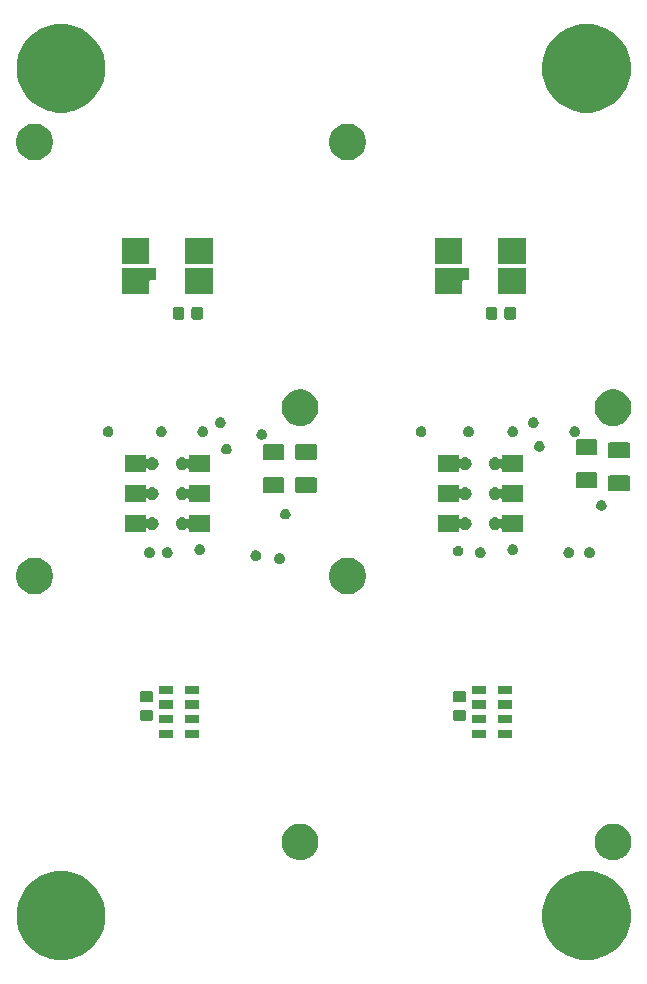
<source format=gbr>
G04 #@! TF.GenerationSoftware,KiCad,Pcbnew,(5.1.4)-1*
G04 #@! TF.CreationDate,2020-07-05T13:48:23-04:00*
G04 #@! TF.ProjectId,Pressure_sensor_daughterboard-MS5607-MS5803,50726573-7375-4726-955f-73656e736f72,1.2*
G04 #@! TF.SameCoordinates,Original*
G04 #@! TF.FileFunction,Soldermask,Top*
G04 #@! TF.FilePolarity,Negative*
%FSLAX46Y46*%
G04 Gerber Fmt 4.6, Leading zero omitted, Abs format (unit mm)*
G04 Created by KiCad (PCBNEW (5.1.4)-1) date 2020-07-05 13:48:23*
%MOMM*%
%LPD*%
G04 APERTURE LIST*
%ADD10C,0.100000*%
G04 APERTURE END LIST*
D10*
G36*
X164352564Y-101595099D02*
G01*
X164594126Y-101643149D01*
X165276765Y-101925907D01*
X165891123Y-102336408D01*
X166413592Y-102858877D01*
X166824093Y-103473235D01*
X167106851Y-104155874D01*
X167106851Y-104155875D01*
X167251000Y-104880557D01*
X167251000Y-105619443D01*
X167234777Y-105701000D01*
X167106851Y-106344126D01*
X166824093Y-107026765D01*
X166413592Y-107641123D01*
X165891123Y-108163592D01*
X165276765Y-108574093D01*
X164594126Y-108856851D01*
X164352564Y-108904901D01*
X163869443Y-109001000D01*
X163130557Y-109001000D01*
X162647436Y-108904901D01*
X162405874Y-108856851D01*
X161723235Y-108574093D01*
X161108877Y-108163592D01*
X160586408Y-107641123D01*
X160175907Y-107026765D01*
X159893149Y-106344126D01*
X159765223Y-105701000D01*
X159749000Y-105619443D01*
X159749000Y-104880557D01*
X159893149Y-104155875D01*
X159893149Y-104155874D01*
X160175907Y-103473235D01*
X160586408Y-102858877D01*
X161108877Y-102336408D01*
X161723235Y-101925907D01*
X162405874Y-101643149D01*
X162647436Y-101595099D01*
X163130557Y-101499000D01*
X163869443Y-101499000D01*
X164352564Y-101595099D01*
X164352564Y-101595099D01*
G37*
G36*
X119852564Y-101595099D02*
G01*
X120094126Y-101643149D01*
X120776765Y-101925907D01*
X121391123Y-102336408D01*
X121913592Y-102858877D01*
X122324093Y-103473235D01*
X122606851Y-104155874D01*
X122606851Y-104155875D01*
X122751000Y-104880557D01*
X122751000Y-105619443D01*
X122734777Y-105701000D01*
X122606851Y-106344126D01*
X122324093Y-107026765D01*
X121913592Y-107641123D01*
X121391123Y-108163592D01*
X120776765Y-108574093D01*
X120094126Y-108856851D01*
X119852564Y-108904901D01*
X119369443Y-109001000D01*
X118630557Y-109001000D01*
X118147436Y-108904901D01*
X117905874Y-108856851D01*
X117223235Y-108574093D01*
X116608877Y-108163592D01*
X116086408Y-107641123D01*
X115675907Y-107026765D01*
X115393149Y-106344126D01*
X115265223Y-105701000D01*
X115249000Y-105619443D01*
X115249000Y-104880557D01*
X115393149Y-104155875D01*
X115393149Y-104155874D01*
X115675907Y-103473235D01*
X116086408Y-102858877D01*
X116608877Y-102336408D01*
X117223235Y-101925907D01*
X117905874Y-101643149D01*
X118147436Y-101595099D01*
X118630557Y-101499000D01*
X119369443Y-101499000D01*
X119852564Y-101595099D01*
X119852564Y-101595099D01*
G37*
G36*
X139552585Y-97478802D02*
G01*
X139702410Y-97508604D01*
X139984674Y-97625521D01*
X140238705Y-97795259D01*
X140454741Y-98011295D01*
X140624479Y-98265326D01*
X140741396Y-98547590D01*
X140801000Y-98847240D01*
X140801000Y-99152760D01*
X140741396Y-99452410D01*
X140624479Y-99734674D01*
X140454741Y-99988705D01*
X140238705Y-100204741D01*
X139984674Y-100374479D01*
X139702410Y-100491396D01*
X139552585Y-100521198D01*
X139402761Y-100551000D01*
X139097239Y-100551000D01*
X138947415Y-100521198D01*
X138797590Y-100491396D01*
X138515326Y-100374479D01*
X138261295Y-100204741D01*
X138045259Y-99988705D01*
X137875521Y-99734674D01*
X137758604Y-99452410D01*
X137699000Y-99152760D01*
X137699000Y-98847240D01*
X137758604Y-98547590D01*
X137875521Y-98265326D01*
X138045259Y-98011295D01*
X138261295Y-97795259D01*
X138515326Y-97625521D01*
X138797590Y-97508604D01*
X138947415Y-97478802D01*
X139097239Y-97449000D01*
X139402761Y-97449000D01*
X139552585Y-97478802D01*
X139552585Y-97478802D01*
G37*
G36*
X166052585Y-97478802D02*
G01*
X166202410Y-97508604D01*
X166484674Y-97625521D01*
X166738705Y-97795259D01*
X166954741Y-98011295D01*
X167124479Y-98265326D01*
X167241396Y-98547590D01*
X167301000Y-98847240D01*
X167301000Y-99152760D01*
X167241396Y-99452410D01*
X167124479Y-99734674D01*
X166954741Y-99988705D01*
X166738705Y-100204741D01*
X166484674Y-100374479D01*
X166202410Y-100491396D01*
X166052585Y-100521198D01*
X165902761Y-100551000D01*
X165597239Y-100551000D01*
X165447415Y-100521198D01*
X165297590Y-100491396D01*
X165015326Y-100374479D01*
X164761295Y-100204741D01*
X164545259Y-99988705D01*
X164375521Y-99734674D01*
X164258604Y-99452410D01*
X164199000Y-99152760D01*
X164199000Y-98847240D01*
X164258604Y-98547590D01*
X164375521Y-98265326D01*
X164545259Y-98011295D01*
X164761295Y-97795259D01*
X165015326Y-97625521D01*
X165297590Y-97508604D01*
X165447415Y-97478802D01*
X165597239Y-97449000D01*
X165902761Y-97449000D01*
X166052585Y-97478802D01*
X166052585Y-97478802D01*
G37*
G36*
X155001000Y-90226000D02*
G01*
X153799000Y-90226000D01*
X153799000Y-89524000D01*
X155001000Y-89524000D01*
X155001000Y-90226000D01*
X155001000Y-90226000D01*
G37*
G36*
X157201000Y-90226000D02*
G01*
X155999000Y-90226000D01*
X155999000Y-89524000D01*
X157201000Y-89524000D01*
X157201000Y-90226000D01*
X157201000Y-90226000D01*
G37*
G36*
X128501000Y-90226000D02*
G01*
X127299000Y-90226000D01*
X127299000Y-89524000D01*
X128501000Y-89524000D01*
X128501000Y-90226000D01*
X128501000Y-90226000D01*
G37*
G36*
X130701000Y-90226000D02*
G01*
X129499000Y-90226000D01*
X129499000Y-89524000D01*
X130701000Y-89524000D01*
X130701000Y-90226000D01*
X130701000Y-90226000D01*
G37*
G36*
X128501000Y-88976000D02*
G01*
X127299000Y-88976000D01*
X127299000Y-88274000D01*
X128501000Y-88274000D01*
X128501000Y-88976000D01*
X128501000Y-88976000D01*
G37*
G36*
X155001000Y-88976000D02*
G01*
X153799000Y-88976000D01*
X153799000Y-88274000D01*
X155001000Y-88274000D01*
X155001000Y-88976000D01*
X155001000Y-88976000D01*
G37*
G36*
X157201000Y-88976000D02*
G01*
X155999000Y-88976000D01*
X155999000Y-88274000D01*
X157201000Y-88274000D01*
X157201000Y-88976000D01*
X157201000Y-88976000D01*
G37*
G36*
X130701000Y-88976000D02*
G01*
X129499000Y-88976000D01*
X129499000Y-88274000D01*
X130701000Y-88274000D01*
X130701000Y-88976000D01*
X130701000Y-88976000D01*
G37*
G36*
X153129591Y-87803085D02*
G01*
X153163569Y-87813393D01*
X153194890Y-87830134D01*
X153222339Y-87852661D01*
X153244866Y-87880110D01*
X153261607Y-87911431D01*
X153271915Y-87945409D01*
X153276000Y-87986890D01*
X153276000Y-88588110D01*
X153271915Y-88629591D01*
X153261607Y-88663569D01*
X153244866Y-88694890D01*
X153222339Y-88722339D01*
X153194890Y-88744866D01*
X153163569Y-88761607D01*
X153129591Y-88771915D01*
X153088110Y-88776000D01*
X152411890Y-88776000D01*
X152370409Y-88771915D01*
X152336431Y-88761607D01*
X152305110Y-88744866D01*
X152277661Y-88722339D01*
X152255134Y-88694890D01*
X152238393Y-88663569D01*
X152228085Y-88629591D01*
X152224000Y-88588110D01*
X152224000Y-87986890D01*
X152228085Y-87945409D01*
X152238393Y-87911431D01*
X152255134Y-87880110D01*
X152277661Y-87852661D01*
X152305110Y-87830134D01*
X152336431Y-87813393D01*
X152370409Y-87803085D01*
X152411890Y-87799000D01*
X153088110Y-87799000D01*
X153129591Y-87803085D01*
X153129591Y-87803085D01*
G37*
G36*
X126629591Y-87803085D02*
G01*
X126663569Y-87813393D01*
X126694890Y-87830134D01*
X126722339Y-87852661D01*
X126744866Y-87880110D01*
X126761607Y-87911431D01*
X126771915Y-87945409D01*
X126776000Y-87986890D01*
X126776000Y-88588110D01*
X126771915Y-88629591D01*
X126761607Y-88663569D01*
X126744866Y-88694890D01*
X126722339Y-88722339D01*
X126694890Y-88744866D01*
X126663569Y-88761607D01*
X126629591Y-88771915D01*
X126588110Y-88776000D01*
X125911890Y-88776000D01*
X125870409Y-88771915D01*
X125836431Y-88761607D01*
X125805110Y-88744866D01*
X125777661Y-88722339D01*
X125755134Y-88694890D01*
X125738393Y-88663569D01*
X125728085Y-88629591D01*
X125724000Y-88588110D01*
X125724000Y-87986890D01*
X125728085Y-87945409D01*
X125738393Y-87911431D01*
X125755134Y-87880110D01*
X125777661Y-87852661D01*
X125805110Y-87830134D01*
X125836431Y-87813393D01*
X125870409Y-87803085D01*
X125911890Y-87799000D01*
X126588110Y-87799000D01*
X126629591Y-87803085D01*
X126629591Y-87803085D01*
G37*
G36*
X130701000Y-87726000D02*
G01*
X129499000Y-87726000D01*
X129499000Y-87024000D01*
X130701000Y-87024000D01*
X130701000Y-87726000D01*
X130701000Y-87726000D01*
G37*
G36*
X157201000Y-87726000D02*
G01*
X155999000Y-87726000D01*
X155999000Y-87024000D01*
X157201000Y-87024000D01*
X157201000Y-87726000D01*
X157201000Y-87726000D01*
G37*
G36*
X128501000Y-87726000D02*
G01*
X127299000Y-87726000D01*
X127299000Y-87024000D01*
X128501000Y-87024000D01*
X128501000Y-87726000D01*
X128501000Y-87726000D01*
G37*
G36*
X155001000Y-87726000D02*
G01*
X153799000Y-87726000D01*
X153799000Y-87024000D01*
X155001000Y-87024000D01*
X155001000Y-87726000D01*
X155001000Y-87726000D01*
G37*
G36*
X153129591Y-86228085D02*
G01*
X153163569Y-86238393D01*
X153194890Y-86255134D01*
X153222339Y-86277661D01*
X153244866Y-86305110D01*
X153261607Y-86336431D01*
X153271915Y-86370409D01*
X153276000Y-86411890D01*
X153276000Y-87013110D01*
X153271915Y-87054591D01*
X153261607Y-87088569D01*
X153244866Y-87119890D01*
X153222339Y-87147339D01*
X153194890Y-87169866D01*
X153163569Y-87186607D01*
X153129591Y-87196915D01*
X153088110Y-87201000D01*
X152411890Y-87201000D01*
X152370409Y-87196915D01*
X152336431Y-87186607D01*
X152305110Y-87169866D01*
X152277661Y-87147339D01*
X152255134Y-87119890D01*
X152238393Y-87088569D01*
X152228085Y-87054591D01*
X152224000Y-87013110D01*
X152224000Y-86411890D01*
X152228085Y-86370409D01*
X152238393Y-86336431D01*
X152255134Y-86305110D01*
X152277661Y-86277661D01*
X152305110Y-86255134D01*
X152336431Y-86238393D01*
X152370409Y-86228085D01*
X152411890Y-86224000D01*
X153088110Y-86224000D01*
X153129591Y-86228085D01*
X153129591Y-86228085D01*
G37*
G36*
X126629591Y-86228085D02*
G01*
X126663569Y-86238393D01*
X126694890Y-86255134D01*
X126722339Y-86277661D01*
X126744866Y-86305110D01*
X126761607Y-86336431D01*
X126771915Y-86370409D01*
X126776000Y-86411890D01*
X126776000Y-87013110D01*
X126771915Y-87054591D01*
X126761607Y-87088569D01*
X126744866Y-87119890D01*
X126722339Y-87147339D01*
X126694890Y-87169866D01*
X126663569Y-87186607D01*
X126629591Y-87196915D01*
X126588110Y-87201000D01*
X125911890Y-87201000D01*
X125870409Y-87196915D01*
X125836431Y-87186607D01*
X125805110Y-87169866D01*
X125777661Y-87147339D01*
X125755134Y-87119890D01*
X125738393Y-87088569D01*
X125728085Y-87054591D01*
X125724000Y-87013110D01*
X125724000Y-86411890D01*
X125728085Y-86370409D01*
X125738393Y-86336431D01*
X125755134Y-86305110D01*
X125777661Y-86277661D01*
X125805110Y-86255134D01*
X125836431Y-86238393D01*
X125870409Y-86228085D01*
X125911890Y-86224000D01*
X126588110Y-86224000D01*
X126629591Y-86228085D01*
X126629591Y-86228085D01*
G37*
G36*
X157201000Y-86476000D02*
G01*
X155999000Y-86476000D01*
X155999000Y-85774000D01*
X157201000Y-85774000D01*
X157201000Y-86476000D01*
X157201000Y-86476000D01*
G37*
G36*
X155001000Y-86476000D02*
G01*
X153799000Y-86476000D01*
X153799000Y-85774000D01*
X155001000Y-85774000D01*
X155001000Y-86476000D01*
X155001000Y-86476000D01*
G37*
G36*
X130701000Y-86476000D02*
G01*
X129499000Y-86476000D01*
X129499000Y-85774000D01*
X130701000Y-85774000D01*
X130701000Y-86476000D01*
X130701000Y-86476000D01*
G37*
G36*
X128501000Y-86476000D02*
G01*
X127299000Y-86476000D01*
X127299000Y-85774000D01*
X128501000Y-85774000D01*
X128501000Y-86476000D01*
X128501000Y-86476000D01*
G37*
G36*
X143552585Y-74978802D02*
G01*
X143702410Y-75008604D01*
X143984674Y-75125521D01*
X144238705Y-75295259D01*
X144454741Y-75511295D01*
X144624479Y-75765326D01*
X144741396Y-76047590D01*
X144801000Y-76347240D01*
X144801000Y-76652760D01*
X144741396Y-76952410D01*
X144624479Y-77234674D01*
X144454741Y-77488705D01*
X144238705Y-77704741D01*
X143984674Y-77874479D01*
X143702410Y-77991396D01*
X143552585Y-78021198D01*
X143402761Y-78051000D01*
X143097239Y-78051000D01*
X142947415Y-78021198D01*
X142797590Y-77991396D01*
X142515326Y-77874479D01*
X142261295Y-77704741D01*
X142045259Y-77488705D01*
X141875521Y-77234674D01*
X141758604Y-76952410D01*
X141699000Y-76652760D01*
X141699000Y-76347240D01*
X141758604Y-76047590D01*
X141875521Y-75765326D01*
X142045259Y-75511295D01*
X142261295Y-75295259D01*
X142515326Y-75125521D01*
X142797590Y-75008604D01*
X142947415Y-74978802D01*
X143097239Y-74949000D01*
X143402761Y-74949000D01*
X143552585Y-74978802D01*
X143552585Y-74978802D01*
G37*
G36*
X117052585Y-74978802D02*
G01*
X117202410Y-75008604D01*
X117484674Y-75125521D01*
X117738705Y-75295259D01*
X117954741Y-75511295D01*
X118124479Y-75765326D01*
X118241396Y-76047590D01*
X118301000Y-76347240D01*
X118301000Y-76652760D01*
X118241396Y-76952410D01*
X118124479Y-77234674D01*
X117954741Y-77488705D01*
X117738705Y-77704741D01*
X117484674Y-77874479D01*
X117202410Y-77991396D01*
X117052585Y-78021198D01*
X116902761Y-78051000D01*
X116597239Y-78051000D01*
X116447415Y-78021198D01*
X116297590Y-77991396D01*
X116015326Y-77874479D01*
X115761295Y-77704741D01*
X115545259Y-77488705D01*
X115375521Y-77234674D01*
X115258604Y-76952410D01*
X115199000Y-76652760D01*
X115199000Y-76347240D01*
X115258604Y-76047590D01*
X115375521Y-75765326D01*
X115545259Y-75511295D01*
X115761295Y-75295259D01*
X116015326Y-75125521D01*
X116297590Y-75008604D01*
X116447415Y-74978802D01*
X116597239Y-74949000D01*
X116902761Y-74949000D01*
X117052585Y-74978802D01*
X117052585Y-74978802D01*
G37*
G36*
X137631552Y-74566331D02*
G01*
X137713627Y-74600328D01*
X137713629Y-74600329D01*
X137740746Y-74618448D01*
X137787495Y-74649685D01*
X137850315Y-74712505D01*
X137899672Y-74786373D01*
X137933669Y-74868448D01*
X137951000Y-74955579D01*
X137951000Y-75044421D01*
X137933669Y-75131552D01*
X137912081Y-75183669D01*
X137899671Y-75213629D01*
X137850314Y-75287496D01*
X137787496Y-75350314D01*
X137713629Y-75399671D01*
X137713628Y-75399672D01*
X137713627Y-75399672D01*
X137631552Y-75433669D01*
X137544421Y-75451000D01*
X137455579Y-75451000D01*
X137368448Y-75433669D01*
X137286373Y-75399672D01*
X137286372Y-75399672D01*
X137286371Y-75399671D01*
X137212504Y-75350314D01*
X137149686Y-75287496D01*
X137100329Y-75213629D01*
X137087919Y-75183669D01*
X137066331Y-75131552D01*
X137049000Y-75044421D01*
X137049000Y-74955579D01*
X137066331Y-74868448D01*
X137100328Y-74786373D01*
X137149685Y-74712505D01*
X137212505Y-74649685D01*
X137259254Y-74618448D01*
X137286371Y-74600329D01*
X137286373Y-74600328D01*
X137368448Y-74566331D01*
X137455579Y-74549000D01*
X137544421Y-74549000D01*
X137631552Y-74566331D01*
X137631552Y-74566331D01*
G37*
G36*
X135631552Y-74316331D02*
G01*
X135713627Y-74350328D01*
X135713629Y-74350329D01*
X135740746Y-74368448D01*
X135787495Y-74399685D01*
X135850315Y-74462505D01*
X135899672Y-74536373D01*
X135933669Y-74618448D01*
X135951000Y-74705579D01*
X135951000Y-74794421D01*
X135933669Y-74881552D01*
X135903005Y-74955580D01*
X135899671Y-74963629D01*
X135850314Y-75037496D01*
X135787496Y-75100314D01*
X135713629Y-75149671D01*
X135713628Y-75149672D01*
X135713627Y-75149672D01*
X135631552Y-75183669D01*
X135544421Y-75201000D01*
X135455579Y-75201000D01*
X135368448Y-75183669D01*
X135286373Y-75149672D01*
X135286372Y-75149672D01*
X135286371Y-75149671D01*
X135212504Y-75100314D01*
X135149686Y-75037496D01*
X135100329Y-74963629D01*
X135096995Y-74955580D01*
X135066331Y-74881552D01*
X135049000Y-74794421D01*
X135049000Y-74705579D01*
X135066331Y-74618448D01*
X135100328Y-74536373D01*
X135149685Y-74462505D01*
X135212505Y-74399685D01*
X135259254Y-74368448D01*
X135286371Y-74350329D01*
X135286373Y-74350328D01*
X135368448Y-74316331D01*
X135455579Y-74299000D01*
X135544421Y-74299000D01*
X135631552Y-74316331D01*
X135631552Y-74316331D01*
G37*
G36*
X154631552Y-74066331D02*
G01*
X154713627Y-74100328D01*
X154713629Y-74100329D01*
X154740746Y-74118448D01*
X154787495Y-74149685D01*
X154850315Y-74212505D01*
X154899672Y-74286373D01*
X154933669Y-74368448D01*
X154951000Y-74455579D01*
X154951000Y-74544421D01*
X154933669Y-74631552D01*
X154903005Y-74705580D01*
X154899671Y-74713629D01*
X154874825Y-74750813D01*
X154851065Y-74786373D01*
X154850314Y-74787496D01*
X154787496Y-74850314D01*
X154713629Y-74899671D01*
X154713628Y-74899672D01*
X154713627Y-74899672D01*
X154631552Y-74933669D01*
X154544421Y-74951000D01*
X154455579Y-74951000D01*
X154368448Y-74933669D01*
X154286373Y-74899672D01*
X154286372Y-74899672D01*
X154286371Y-74899671D01*
X154212504Y-74850314D01*
X154149686Y-74787496D01*
X154148936Y-74786373D01*
X154125175Y-74750813D01*
X154100329Y-74713629D01*
X154096995Y-74705580D01*
X154066331Y-74631552D01*
X154049000Y-74544421D01*
X154049000Y-74455579D01*
X154066331Y-74368448D01*
X154100328Y-74286373D01*
X154149685Y-74212505D01*
X154212505Y-74149685D01*
X154259254Y-74118448D01*
X154286371Y-74100329D01*
X154286373Y-74100328D01*
X154368448Y-74066331D01*
X154455579Y-74049000D01*
X154544421Y-74049000D01*
X154631552Y-74066331D01*
X154631552Y-74066331D01*
G37*
G36*
X126631552Y-74066331D02*
G01*
X126713627Y-74100328D01*
X126713629Y-74100329D01*
X126740746Y-74118448D01*
X126787495Y-74149685D01*
X126850315Y-74212505D01*
X126899672Y-74286373D01*
X126933669Y-74368448D01*
X126951000Y-74455579D01*
X126951000Y-74544421D01*
X126933669Y-74631552D01*
X126903005Y-74705580D01*
X126899671Y-74713629D01*
X126874825Y-74750813D01*
X126851065Y-74786373D01*
X126850314Y-74787496D01*
X126787496Y-74850314D01*
X126713629Y-74899671D01*
X126713628Y-74899672D01*
X126713627Y-74899672D01*
X126631552Y-74933669D01*
X126544421Y-74951000D01*
X126455579Y-74951000D01*
X126368448Y-74933669D01*
X126286373Y-74899672D01*
X126286372Y-74899672D01*
X126286371Y-74899671D01*
X126212504Y-74850314D01*
X126149686Y-74787496D01*
X126148936Y-74786373D01*
X126125175Y-74750813D01*
X126100329Y-74713629D01*
X126096995Y-74705580D01*
X126066331Y-74631552D01*
X126049000Y-74544421D01*
X126049000Y-74455579D01*
X126066331Y-74368448D01*
X126100328Y-74286373D01*
X126149685Y-74212505D01*
X126212505Y-74149685D01*
X126259254Y-74118448D01*
X126286371Y-74100329D01*
X126286373Y-74100328D01*
X126368448Y-74066331D01*
X126455579Y-74049000D01*
X126544421Y-74049000D01*
X126631552Y-74066331D01*
X126631552Y-74066331D01*
G37*
G36*
X162131552Y-74066331D02*
G01*
X162213627Y-74100328D01*
X162213629Y-74100329D01*
X162240746Y-74118448D01*
X162287495Y-74149685D01*
X162350315Y-74212505D01*
X162399672Y-74286373D01*
X162433669Y-74368448D01*
X162451000Y-74455579D01*
X162451000Y-74544421D01*
X162433669Y-74631552D01*
X162403005Y-74705580D01*
X162399671Y-74713629D01*
X162374825Y-74750813D01*
X162351065Y-74786373D01*
X162350314Y-74787496D01*
X162287496Y-74850314D01*
X162213629Y-74899671D01*
X162213628Y-74899672D01*
X162213627Y-74899672D01*
X162131552Y-74933669D01*
X162044421Y-74951000D01*
X161955579Y-74951000D01*
X161868448Y-74933669D01*
X161786373Y-74899672D01*
X161786372Y-74899672D01*
X161786371Y-74899671D01*
X161712504Y-74850314D01*
X161649686Y-74787496D01*
X161648936Y-74786373D01*
X161625175Y-74750813D01*
X161600329Y-74713629D01*
X161596995Y-74705580D01*
X161566331Y-74631552D01*
X161549000Y-74544421D01*
X161549000Y-74455579D01*
X161566331Y-74368448D01*
X161600328Y-74286373D01*
X161649685Y-74212505D01*
X161712505Y-74149685D01*
X161759254Y-74118448D01*
X161786371Y-74100329D01*
X161786373Y-74100328D01*
X161868448Y-74066331D01*
X161955579Y-74049000D01*
X162044421Y-74049000D01*
X162131552Y-74066331D01*
X162131552Y-74066331D01*
G37*
G36*
X128131552Y-74066331D02*
G01*
X128213627Y-74100328D01*
X128213629Y-74100329D01*
X128240746Y-74118448D01*
X128287495Y-74149685D01*
X128350315Y-74212505D01*
X128399672Y-74286373D01*
X128433669Y-74368448D01*
X128451000Y-74455579D01*
X128451000Y-74544421D01*
X128433669Y-74631552D01*
X128403005Y-74705580D01*
X128399671Y-74713629D01*
X128374825Y-74750813D01*
X128351065Y-74786373D01*
X128350314Y-74787496D01*
X128287496Y-74850314D01*
X128213629Y-74899671D01*
X128213628Y-74899672D01*
X128213627Y-74899672D01*
X128131552Y-74933669D01*
X128044421Y-74951000D01*
X127955579Y-74951000D01*
X127868448Y-74933669D01*
X127786373Y-74899672D01*
X127786372Y-74899672D01*
X127786371Y-74899671D01*
X127712504Y-74850314D01*
X127649686Y-74787496D01*
X127648936Y-74786373D01*
X127625175Y-74750813D01*
X127600329Y-74713629D01*
X127596995Y-74705580D01*
X127566331Y-74631552D01*
X127549000Y-74544421D01*
X127549000Y-74455579D01*
X127566331Y-74368448D01*
X127600328Y-74286373D01*
X127649685Y-74212505D01*
X127712505Y-74149685D01*
X127759254Y-74118448D01*
X127786371Y-74100329D01*
X127786373Y-74100328D01*
X127868448Y-74066331D01*
X127955579Y-74049000D01*
X128044421Y-74049000D01*
X128131552Y-74066331D01*
X128131552Y-74066331D01*
G37*
G36*
X163881552Y-74066331D02*
G01*
X163963627Y-74100328D01*
X163963629Y-74100329D01*
X163990746Y-74118448D01*
X164037495Y-74149685D01*
X164100315Y-74212505D01*
X164149672Y-74286373D01*
X164183669Y-74368448D01*
X164201000Y-74455579D01*
X164201000Y-74544421D01*
X164183669Y-74631552D01*
X164153005Y-74705580D01*
X164149671Y-74713629D01*
X164124825Y-74750813D01*
X164101065Y-74786373D01*
X164100314Y-74787496D01*
X164037496Y-74850314D01*
X163963629Y-74899671D01*
X163963628Y-74899672D01*
X163963627Y-74899672D01*
X163881552Y-74933669D01*
X163794421Y-74951000D01*
X163705579Y-74951000D01*
X163618448Y-74933669D01*
X163536373Y-74899672D01*
X163536372Y-74899672D01*
X163536371Y-74899671D01*
X163462504Y-74850314D01*
X163399686Y-74787496D01*
X163398936Y-74786373D01*
X163375175Y-74750813D01*
X163350329Y-74713629D01*
X163346995Y-74705580D01*
X163316331Y-74631552D01*
X163299000Y-74544421D01*
X163299000Y-74455579D01*
X163316331Y-74368448D01*
X163350328Y-74286373D01*
X163399685Y-74212505D01*
X163462505Y-74149685D01*
X163509254Y-74118448D01*
X163536371Y-74100329D01*
X163536373Y-74100328D01*
X163618448Y-74066331D01*
X163705579Y-74049000D01*
X163794421Y-74049000D01*
X163881552Y-74066331D01*
X163881552Y-74066331D01*
G37*
G36*
X152756552Y-73941331D02*
G01*
X152838627Y-73975328D01*
X152838629Y-73975329D01*
X152912496Y-74024686D01*
X152975314Y-74087504D01*
X153016863Y-74149685D01*
X153024672Y-74161373D01*
X153058669Y-74243448D01*
X153076000Y-74330579D01*
X153076000Y-74419421D01*
X153058669Y-74506552D01*
X153041086Y-74549000D01*
X153024671Y-74588629D01*
X153016854Y-74600328D01*
X152983874Y-74649686D01*
X152975314Y-74662496D01*
X152912496Y-74725314D01*
X152838629Y-74774671D01*
X152838628Y-74774672D01*
X152838627Y-74774672D01*
X152756552Y-74808669D01*
X152669421Y-74826000D01*
X152580579Y-74826000D01*
X152493448Y-74808669D01*
X152411373Y-74774672D01*
X152411372Y-74774672D01*
X152411371Y-74774671D01*
X152337504Y-74725314D01*
X152274686Y-74662496D01*
X152266127Y-74649686D01*
X152233146Y-74600328D01*
X152225329Y-74588629D01*
X152208914Y-74549000D01*
X152191331Y-74506552D01*
X152174000Y-74419421D01*
X152174000Y-74330579D01*
X152191331Y-74243448D01*
X152225328Y-74161373D01*
X152233138Y-74149685D01*
X152274686Y-74087504D01*
X152337504Y-74024686D01*
X152411371Y-73975329D01*
X152411373Y-73975328D01*
X152493448Y-73941331D01*
X152580579Y-73924000D01*
X152669421Y-73924000D01*
X152756552Y-73941331D01*
X152756552Y-73941331D01*
G37*
G36*
X157381552Y-73816331D02*
G01*
X157463627Y-73850328D01*
X157463629Y-73850329D01*
X157537496Y-73899686D01*
X157600314Y-73962504D01*
X157641863Y-74024685D01*
X157649672Y-74036373D01*
X157683669Y-74118448D01*
X157701000Y-74205579D01*
X157701000Y-74294421D01*
X157683669Y-74381552D01*
X157649672Y-74463627D01*
X157600315Y-74537495D01*
X157537495Y-74600315D01*
X157537474Y-74600329D01*
X157463629Y-74649671D01*
X157463628Y-74649672D01*
X157463627Y-74649672D01*
X157381552Y-74683669D01*
X157294421Y-74701000D01*
X157205579Y-74701000D01*
X157118448Y-74683669D01*
X157036373Y-74649672D01*
X157036372Y-74649672D01*
X157036371Y-74649671D01*
X156962526Y-74600329D01*
X156962505Y-74600315D01*
X156899685Y-74537495D01*
X156850328Y-74463627D01*
X156816331Y-74381552D01*
X156799000Y-74294421D01*
X156799000Y-74205579D01*
X156816331Y-74118448D01*
X156850328Y-74036373D01*
X156858138Y-74024685D01*
X156899686Y-73962504D01*
X156962504Y-73899686D01*
X157036371Y-73850329D01*
X157036373Y-73850328D01*
X157118448Y-73816331D01*
X157205579Y-73799000D01*
X157294421Y-73799000D01*
X157381552Y-73816331D01*
X157381552Y-73816331D01*
G37*
G36*
X130881552Y-73816331D02*
G01*
X130963627Y-73850328D01*
X130963629Y-73850329D01*
X131037496Y-73899686D01*
X131100314Y-73962504D01*
X131141863Y-74024685D01*
X131149672Y-74036373D01*
X131183669Y-74118448D01*
X131201000Y-74205579D01*
X131201000Y-74294421D01*
X131183669Y-74381552D01*
X131149672Y-74463627D01*
X131100315Y-74537495D01*
X131037495Y-74600315D01*
X131037474Y-74600329D01*
X130963629Y-74649671D01*
X130963628Y-74649672D01*
X130963627Y-74649672D01*
X130881552Y-74683669D01*
X130794421Y-74701000D01*
X130705579Y-74701000D01*
X130618448Y-74683669D01*
X130536373Y-74649672D01*
X130536372Y-74649672D01*
X130536371Y-74649671D01*
X130462526Y-74600329D01*
X130462505Y-74600315D01*
X130399685Y-74537495D01*
X130350328Y-74463627D01*
X130316331Y-74381552D01*
X130299000Y-74294421D01*
X130299000Y-74205579D01*
X130316331Y-74118448D01*
X130350328Y-74036373D01*
X130358138Y-74024685D01*
X130399686Y-73962504D01*
X130462504Y-73899686D01*
X130536371Y-73850329D01*
X130536373Y-73850328D01*
X130618448Y-73816331D01*
X130705579Y-73799000D01*
X130794421Y-73799000D01*
X130881552Y-73816331D01*
X130881552Y-73816331D01*
G37*
G36*
X158111000Y-72726000D02*
G01*
X156329000Y-72726000D01*
X156329000Y-72540792D01*
X156326598Y-72516406D01*
X156319485Y-72492957D01*
X156307934Y-72471346D01*
X156292389Y-72452404D01*
X156273447Y-72436859D01*
X156251836Y-72425308D01*
X156228387Y-72418195D01*
X156204001Y-72415793D01*
X156179615Y-72418195D01*
X156156166Y-72425308D01*
X156134555Y-72436859D01*
X156115619Y-72452399D01*
X156111680Y-72456338D01*
X156023891Y-72514997D01*
X155926345Y-72555401D01*
X155926344Y-72555401D01*
X155926342Y-72555402D01*
X155822793Y-72576000D01*
X155717207Y-72576000D01*
X155613658Y-72555402D01*
X155613656Y-72555401D01*
X155613655Y-72555401D01*
X155516109Y-72514997D01*
X155428320Y-72456338D01*
X155353662Y-72381680D01*
X155295003Y-72293891D01*
X155254599Y-72196345D01*
X155234000Y-72092791D01*
X155234000Y-71987209D01*
X155254599Y-71883655D01*
X155295003Y-71786109D01*
X155353662Y-71698320D01*
X155428320Y-71623662D01*
X155516109Y-71565003D01*
X155613655Y-71524599D01*
X155613656Y-71524599D01*
X155613658Y-71524598D01*
X155717207Y-71504000D01*
X155822793Y-71504000D01*
X155926342Y-71524598D01*
X155926344Y-71524599D01*
X155926345Y-71524599D01*
X156023891Y-71565003D01*
X156111680Y-71623662D01*
X156115619Y-71627601D01*
X156134555Y-71643141D01*
X156156166Y-71654692D01*
X156179615Y-71661805D01*
X156204001Y-71664207D01*
X156228387Y-71661805D01*
X156251836Y-71654692D01*
X156273447Y-71643141D01*
X156292389Y-71627596D01*
X156307934Y-71608654D01*
X156319485Y-71587043D01*
X156326598Y-71563594D01*
X156329000Y-71539208D01*
X156329000Y-71354000D01*
X158111000Y-71354000D01*
X158111000Y-72726000D01*
X158111000Y-72726000D01*
G37*
G36*
X131611000Y-72726000D02*
G01*
X129829000Y-72726000D01*
X129829000Y-72540792D01*
X129826598Y-72516406D01*
X129819485Y-72492957D01*
X129807934Y-72471346D01*
X129792389Y-72452404D01*
X129773447Y-72436859D01*
X129751836Y-72425308D01*
X129728387Y-72418195D01*
X129704001Y-72415793D01*
X129679615Y-72418195D01*
X129656166Y-72425308D01*
X129634555Y-72436859D01*
X129615619Y-72452399D01*
X129611680Y-72456338D01*
X129523891Y-72514997D01*
X129426345Y-72555401D01*
X129426344Y-72555401D01*
X129426342Y-72555402D01*
X129322793Y-72576000D01*
X129217207Y-72576000D01*
X129113658Y-72555402D01*
X129113656Y-72555401D01*
X129113655Y-72555401D01*
X129016109Y-72514997D01*
X128928320Y-72456338D01*
X128853662Y-72381680D01*
X128795003Y-72293891D01*
X128754599Y-72196345D01*
X128734000Y-72092791D01*
X128734000Y-71987209D01*
X128754599Y-71883655D01*
X128795003Y-71786109D01*
X128853662Y-71698320D01*
X128928320Y-71623662D01*
X129016109Y-71565003D01*
X129113655Y-71524599D01*
X129113656Y-71524599D01*
X129113658Y-71524598D01*
X129217207Y-71504000D01*
X129322793Y-71504000D01*
X129426342Y-71524598D01*
X129426344Y-71524599D01*
X129426345Y-71524599D01*
X129523891Y-71565003D01*
X129611680Y-71623662D01*
X129615619Y-71627601D01*
X129634555Y-71643141D01*
X129656166Y-71654692D01*
X129679615Y-71661805D01*
X129704001Y-71664207D01*
X129728387Y-71661805D01*
X129751836Y-71654692D01*
X129773447Y-71643141D01*
X129792389Y-71627596D01*
X129807934Y-71608654D01*
X129819485Y-71587043D01*
X129826598Y-71563594D01*
X129829000Y-71539208D01*
X129829000Y-71354000D01*
X131611000Y-71354000D01*
X131611000Y-72726000D01*
X131611000Y-72726000D01*
G37*
G36*
X152671000Y-71539208D02*
G01*
X152673402Y-71563594D01*
X152680515Y-71587043D01*
X152692066Y-71608654D01*
X152707611Y-71627596D01*
X152726553Y-71643141D01*
X152748164Y-71654692D01*
X152771613Y-71661805D01*
X152795999Y-71664207D01*
X152820385Y-71661805D01*
X152843834Y-71654692D01*
X152865445Y-71643141D01*
X152884381Y-71627601D01*
X152888320Y-71623662D01*
X152976109Y-71565003D01*
X153073655Y-71524599D01*
X153073656Y-71524599D01*
X153073658Y-71524598D01*
X153177207Y-71504000D01*
X153282793Y-71504000D01*
X153386342Y-71524598D01*
X153386344Y-71524599D01*
X153386345Y-71524599D01*
X153483891Y-71565003D01*
X153571680Y-71623662D01*
X153646338Y-71698320D01*
X153704997Y-71786109D01*
X153745401Y-71883655D01*
X153766000Y-71987209D01*
X153766000Y-72092791D01*
X153745401Y-72196345D01*
X153704997Y-72293891D01*
X153646338Y-72381680D01*
X153571680Y-72456338D01*
X153483891Y-72514997D01*
X153386345Y-72555401D01*
X153386344Y-72555401D01*
X153386342Y-72555402D01*
X153282793Y-72576000D01*
X153177207Y-72576000D01*
X153073658Y-72555402D01*
X153073656Y-72555401D01*
X153073655Y-72555401D01*
X152976109Y-72514997D01*
X152888320Y-72456338D01*
X152884381Y-72452399D01*
X152865445Y-72436859D01*
X152843834Y-72425308D01*
X152820385Y-72418195D01*
X152795999Y-72415793D01*
X152771613Y-72418195D01*
X152748164Y-72425308D01*
X152726553Y-72436859D01*
X152707611Y-72452404D01*
X152692066Y-72471346D01*
X152680515Y-72492957D01*
X152673402Y-72516406D01*
X152671000Y-72540792D01*
X152671000Y-72726000D01*
X150889000Y-72726000D01*
X150889000Y-71354000D01*
X152671000Y-71354000D01*
X152671000Y-71539208D01*
X152671000Y-71539208D01*
G37*
G36*
X126171000Y-71539208D02*
G01*
X126173402Y-71563594D01*
X126180515Y-71587043D01*
X126192066Y-71608654D01*
X126207611Y-71627596D01*
X126226553Y-71643141D01*
X126248164Y-71654692D01*
X126271613Y-71661805D01*
X126295999Y-71664207D01*
X126320385Y-71661805D01*
X126343834Y-71654692D01*
X126365445Y-71643141D01*
X126384381Y-71627601D01*
X126388320Y-71623662D01*
X126476109Y-71565003D01*
X126573655Y-71524599D01*
X126573656Y-71524599D01*
X126573658Y-71524598D01*
X126677207Y-71504000D01*
X126782793Y-71504000D01*
X126886342Y-71524598D01*
X126886344Y-71524599D01*
X126886345Y-71524599D01*
X126983891Y-71565003D01*
X127071680Y-71623662D01*
X127146338Y-71698320D01*
X127204997Y-71786109D01*
X127245401Y-71883655D01*
X127266000Y-71987209D01*
X127266000Y-72092791D01*
X127245401Y-72196345D01*
X127204997Y-72293891D01*
X127146338Y-72381680D01*
X127071680Y-72456338D01*
X126983891Y-72514997D01*
X126886345Y-72555401D01*
X126886344Y-72555401D01*
X126886342Y-72555402D01*
X126782793Y-72576000D01*
X126677207Y-72576000D01*
X126573658Y-72555402D01*
X126573656Y-72555401D01*
X126573655Y-72555401D01*
X126476109Y-72514997D01*
X126388320Y-72456338D01*
X126384381Y-72452399D01*
X126365445Y-72436859D01*
X126343834Y-72425308D01*
X126320385Y-72418195D01*
X126295999Y-72415793D01*
X126271613Y-72418195D01*
X126248164Y-72425308D01*
X126226553Y-72436859D01*
X126207611Y-72452404D01*
X126192066Y-72471346D01*
X126180515Y-72492957D01*
X126173402Y-72516406D01*
X126171000Y-72540792D01*
X126171000Y-72726000D01*
X124389000Y-72726000D01*
X124389000Y-71354000D01*
X126171000Y-71354000D01*
X126171000Y-71539208D01*
X126171000Y-71539208D01*
G37*
G36*
X138131552Y-70816331D02*
G01*
X138213627Y-70850328D01*
X138213629Y-70850329D01*
X138250813Y-70875175D01*
X138287495Y-70899685D01*
X138350315Y-70962505D01*
X138399672Y-71036373D01*
X138433669Y-71118448D01*
X138451000Y-71205579D01*
X138451000Y-71294421D01*
X138433669Y-71381552D01*
X138399672Y-71463627D01*
X138350315Y-71537495D01*
X138287495Y-71600315D01*
X138252557Y-71623660D01*
X138213629Y-71649671D01*
X138213628Y-71649672D01*
X138213627Y-71649672D01*
X138131552Y-71683669D01*
X138044421Y-71701000D01*
X137955579Y-71701000D01*
X137868448Y-71683669D01*
X137786373Y-71649672D01*
X137786372Y-71649672D01*
X137786371Y-71649671D01*
X137747443Y-71623660D01*
X137712505Y-71600315D01*
X137649685Y-71537495D01*
X137600328Y-71463627D01*
X137566331Y-71381552D01*
X137549000Y-71294421D01*
X137549000Y-71205579D01*
X137566331Y-71118448D01*
X137600328Y-71036373D01*
X137649685Y-70962505D01*
X137712505Y-70899685D01*
X137749187Y-70875175D01*
X137786371Y-70850329D01*
X137786373Y-70850328D01*
X137868448Y-70816331D01*
X137955579Y-70799000D01*
X138044421Y-70799000D01*
X138131552Y-70816331D01*
X138131552Y-70816331D01*
G37*
G36*
X164881552Y-70066331D02*
G01*
X164963627Y-70100328D01*
X164963629Y-70100329D01*
X165000813Y-70125175D01*
X165037495Y-70149685D01*
X165100315Y-70212505D01*
X165149672Y-70286373D01*
X165183669Y-70368448D01*
X165201000Y-70455579D01*
X165201000Y-70544421D01*
X165183669Y-70631552D01*
X165149672Y-70713627D01*
X165100315Y-70787495D01*
X165037495Y-70850315D01*
X165037474Y-70850329D01*
X164963629Y-70899671D01*
X164963628Y-70899672D01*
X164963627Y-70899672D01*
X164881552Y-70933669D01*
X164794421Y-70951000D01*
X164705579Y-70951000D01*
X164618448Y-70933669D01*
X164536373Y-70899672D01*
X164536372Y-70899672D01*
X164536371Y-70899671D01*
X164462526Y-70850329D01*
X164462505Y-70850315D01*
X164399685Y-70787495D01*
X164350328Y-70713627D01*
X164316331Y-70631552D01*
X164299000Y-70544421D01*
X164299000Y-70455579D01*
X164316331Y-70368448D01*
X164350328Y-70286373D01*
X164399685Y-70212505D01*
X164462505Y-70149685D01*
X164499187Y-70125175D01*
X164536371Y-70100329D01*
X164536373Y-70100328D01*
X164618448Y-70066331D01*
X164705579Y-70049000D01*
X164794421Y-70049000D01*
X164881552Y-70066331D01*
X164881552Y-70066331D01*
G37*
G36*
X126171000Y-68999208D02*
G01*
X126173402Y-69023594D01*
X126180515Y-69047043D01*
X126192066Y-69068654D01*
X126207611Y-69087596D01*
X126226553Y-69103141D01*
X126248164Y-69114692D01*
X126271613Y-69121805D01*
X126295999Y-69124207D01*
X126320385Y-69121805D01*
X126343834Y-69114692D01*
X126365445Y-69103141D01*
X126384381Y-69087601D01*
X126388320Y-69083662D01*
X126476109Y-69025003D01*
X126573655Y-68984599D01*
X126573656Y-68984599D01*
X126573658Y-68984598D01*
X126677207Y-68964000D01*
X126782793Y-68964000D01*
X126886342Y-68984598D01*
X126886344Y-68984599D01*
X126886345Y-68984599D01*
X126983891Y-69025003D01*
X127071680Y-69083662D01*
X127146338Y-69158320D01*
X127204997Y-69246109D01*
X127238088Y-69326000D01*
X127245402Y-69343658D01*
X127265077Y-69442567D01*
X127266000Y-69447209D01*
X127266000Y-69552791D01*
X127245401Y-69656345D01*
X127204997Y-69753891D01*
X127146338Y-69841680D01*
X127071680Y-69916338D01*
X126983891Y-69974997D01*
X126886345Y-70015401D01*
X126886344Y-70015401D01*
X126886342Y-70015402D01*
X126782793Y-70036000D01*
X126677207Y-70036000D01*
X126573658Y-70015402D01*
X126573656Y-70015401D01*
X126573655Y-70015401D01*
X126476109Y-69974997D01*
X126388320Y-69916338D01*
X126384381Y-69912399D01*
X126365445Y-69896859D01*
X126343834Y-69885308D01*
X126320385Y-69878195D01*
X126295999Y-69875793D01*
X126271613Y-69878195D01*
X126248164Y-69885308D01*
X126226553Y-69896859D01*
X126207611Y-69912404D01*
X126192066Y-69931346D01*
X126180515Y-69952957D01*
X126173402Y-69976406D01*
X126171000Y-70000792D01*
X126171000Y-70186000D01*
X124389000Y-70186000D01*
X124389000Y-68814000D01*
X126171000Y-68814000D01*
X126171000Y-68999208D01*
X126171000Y-68999208D01*
G37*
G36*
X158111000Y-70186000D02*
G01*
X156329000Y-70186000D01*
X156329000Y-70000792D01*
X156326598Y-69976406D01*
X156319485Y-69952957D01*
X156307934Y-69931346D01*
X156292389Y-69912404D01*
X156273447Y-69896859D01*
X156251836Y-69885308D01*
X156228387Y-69878195D01*
X156204001Y-69875793D01*
X156179615Y-69878195D01*
X156156166Y-69885308D01*
X156134555Y-69896859D01*
X156115619Y-69912399D01*
X156111680Y-69916338D01*
X156023891Y-69974997D01*
X155926345Y-70015401D01*
X155926344Y-70015401D01*
X155926342Y-70015402D01*
X155822793Y-70036000D01*
X155717207Y-70036000D01*
X155613658Y-70015402D01*
X155613656Y-70015401D01*
X155613655Y-70015401D01*
X155516109Y-69974997D01*
X155428320Y-69916338D01*
X155353662Y-69841680D01*
X155295003Y-69753891D01*
X155254599Y-69656345D01*
X155234000Y-69552791D01*
X155234000Y-69447209D01*
X155234923Y-69442567D01*
X155254598Y-69343658D01*
X155261912Y-69326000D01*
X155295003Y-69246109D01*
X155353662Y-69158320D01*
X155428320Y-69083662D01*
X155516109Y-69025003D01*
X155613655Y-68984599D01*
X155613656Y-68984599D01*
X155613658Y-68984598D01*
X155717207Y-68964000D01*
X155822793Y-68964000D01*
X155926342Y-68984598D01*
X155926344Y-68984599D01*
X155926345Y-68984599D01*
X156023891Y-69025003D01*
X156111680Y-69083662D01*
X156115619Y-69087601D01*
X156134555Y-69103141D01*
X156156166Y-69114692D01*
X156179615Y-69121805D01*
X156204001Y-69124207D01*
X156228387Y-69121805D01*
X156251836Y-69114692D01*
X156273447Y-69103141D01*
X156292389Y-69087596D01*
X156307934Y-69068654D01*
X156319485Y-69047043D01*
X156326598Y-69023594D01*
X156329000Y-68999208D01*
X156329000Y-68814000D01*
X158111000Y-68814000D01*
X158111000Y-70186000D01*
X158111000Y-70186000D01*
G37*
G36*
X152671000Y-68999208D02*
G01*
X152673402Y-69023594D01*
X152680515Y-69047043D01*
X152692066Y-69068654D01*
X152707611Y-69087596D01*
X152726553Y-69103141D01*
X152748164Y-69114692D01*
X152771613Y-69121805D01*
X152795999Y-69124207D01*
X152820385Y-69121805D01*
X152843834Y-69114692D01*
X152865445Y-69103141D01*
X152884381Y-69087601D01*
X152888320Y-69083662D01*
X152976109Y-69025003D01*
X153073655Y-68984599D01*
X153073656Y-68984599D01*
X153073658Y-68984598D01*
X153177207Y-68964000D01*
X153282793Y-68964000D01*
X153386342Y-68984598D01*
X153386344Y-68984599D01*
X153386345Y-68984599D01*
X153483891Y-69025003D01*
X153571680Y-69083662D01*
X153646338Y-69158320D01*
X153704997Y-69246109D01*
X153738088Y-69326000D01*
X153745402Y-69343658D01*
X153765077Y-69442567D01*
X153766000Y-69447209D01*
X153766000Y-69552791D01*
X153745401Y-69656345D01*
X153704997Y-69753891D01*
X153646338Y-69841680D01*
X153571680Y-69916338D01*
X153483891Y-69974997D01*
X153386345Y-70015401D01*
X153386344Y-70015401D01*
X153386342Y-70015402D01*
X153282793Y-70036000D01*
X153177207Y-70036000D01*
X153073658Y-70015402D01*
X153073656Y-70015401D01*
X153073655Y-70015401D01*
X152976109Y-69974997D01*
X152888320Y-69916338D01*
X152884381Y-69912399D01*
X152865445Y-69896859D01*
X152843834Y-69885308D01*
X152820385Y-69878195D01*
X152795999Y-69875793D01*
X152771613Y-69878195D01*
X152748164Y-69885308D01*
X152726553Y-69896859D01*
X152707611Y-69912404D01*
X152692066Y-69931346D01*
X152680515Y-69952957D01*
X152673402Y-69976406D01*
X152671000Y-70000792D01*
X152671000Y-70186000D01*
X150889000Y-70186000D01*
X150889000Y-68814000D01*
X152671000Y-68814000D01*
X152671000Y-68999208D01*
X152671000Y-68999208D01*
G37*
G36*
X131611000Y-70186000D02*
G01*
X129829000Y-70186000D01*
X129829000Y-70000792D01*
X129826598Y-69976406D01*
X129819485Y-69952957D01*
X129807934Y-69931346D01*
X129792389Y-69912404D01*
X129773447Y-69896859D01*
X129751836Y-69885308D01*
X129728387Y-69878195D01*
X129704001Y-69875793D01*
X129679615Y-69878195D01*
X129656166Y-69885308D01*
X129634555Y-69896859D01*
X129615619Y-69912399D01*
X129611680Y-69916338D01*
X129523891Y-69974997D01*
X129426345Y-70015401D01*
X129426344Y-70015401D01*
X129426342Y-70015402D01*
X129322793Y-70036000D01*
X129217207Y-70036000D01*
X129113658Y-70015402D01*
X129113656Y-70015401D01*
X129113655Y-70015401D01*
X129016109Y-69974997D01*
X128928320Y-69916338D01*
X128853662Y-69841680D01*
X128795003Y-69753891D01*
X128754599Y-69656345D01*
X128734000Y-69552791D01*
X128734000Y-69447209D01*
X128734923Y-69442567D01*
X128754598Y-69343658D01*
X128761912Y-69326000D01*
X128795003Y-69246109D01*
X128853662Y-69158320D01*
X128928320Y-69083662D01*
X129016109Y-69025003D01*
X129113655Y-68984599D01*
X129113656Y-68984599D01*
X129113658Y-68984598D01*
X129217207Y-68964000D01*
X129322793Y-68964000D01*
X129426342Y-68984598D01*
X129426344Y-68984599D01*
X129426345Y-68984599D01*
X129523891Y-69025003D01*
X129611680Y-69083662D01*
X129615619Y-69087601D01*
X129634555Y-69103141D01*
X129656166Y-69114692D01*
X129679615Y-69121805D01*
X129704001Y-69124207D01*
X129728387Y-69121805D01*
X129751836Y-69114692D01*
X129773447Y-69103141D01*
X129792389Y-69087596D01*
X129807934Y-69068654D01*
X129819485Y-69047043D01*
X129826598Y-69023594D01*
X129829000Y-68999208D01*
X129829000Y-68814000D01*
X131611000Y-68814000D01*
X131611000Y-70186000D01*
X131611000Y-70186000D01*
G37*
G36*
X140518604Y-68128347D02*
G01*
X140555144Y-68139432D01*
X140588821Y-68157433D01*
X140618341Y-68181659D01*
X140642567Y-68211179D01*
X140660568Y-68244856D01*
X140671653Y-68281396D01*
X140676000Y-68325538D01*
X140676000Y-69274462D01*
X140671653Y-69318604D01*
X140660568Y-69355144D01*
X140642567Y-69388821D01*
X140618341Y-69418341D01*
X140588821Y-69442567D01*
X140555144Y-69460568D01*
X140518604Y-69471653D01*
X140474462Y-69476000D01*
X139025538Y-69476000D01*
X138981396Y-69471653D01*
X138944856Y-69460568D01*
X138911179Y-69442567D01*
X138881659Y-69418341D01*
X138857433Y-69388821D01*
X138839432Y-69355144D01*
X138828347Y-69318604D01*
X138824000Y-69274462D01*
X138824000Y-68325538D01*
X138828347Y-68281396D01*
X138839432Y-68244856D01*
X138857433Y-68211179D01*
X138881659Y-68181659D01*
X138911179Y-68157433D01*
X138944856Y-68139432D01*
X138981396Y-68128347D01*
X139025538Y-68124000D01*
X140474462Y-68124000D01*
X140518604Y-68128347D01*
X140518604Y-68128347D01*
G37*
G36*
X137768604Y-68128347D02*
G01*
X137805144Y-68139432D01*
X137838821Y-68157433D01*
X137868341Y-68181659D01*
X137892567Y-68211179D01*
X137910568Y-68244856D01*
X137921653Y-68281396D01*
X137926000Y-68325538D01*
X137926000Y-69274462D01*
X137921653Y-69318604D01*
X137910568Y-69355144D01*
X137892567Y-69388821D01*
X137868341Y-69418341D01*
X137838821Y-69442567D01*
X137805144Y-69460568D01*
X137768604Y-69471653D01*
X137724462Y-69476000D01*
X136275538Y-69476000D01*
X136231396Y-69471653D01*
X136194856Y-69460568D01*
X136161179Y-69442567D01*
X136131659Y-69418341D01*
X136107433Y-69388821D01*
X136089432Y-69355144D01*
X136078347Y-69318604D01*
X136074000Y-69274462D01*
X136074000Y-68325538D01*
X136078347Y-68281396D01*
X136089432Y-68244856D01*
X136107433Y-68211179D01*
X136131659Y-68181659D01*
X136161179Y-68157433D01*
X136194856Y-68139432D01*
X136231396Y-68128347D01*
X136275538Y-68124000D01*
X137724462Y-68124000D01*
X137768604Y-68128347D01*
X137768604Y-68128347D01*
G37*
G36*
X167018604Y-67978347D02*
G01*
X167055144Y-67989432D01*
X167088821Y-68007433D01*
X167118341Y-68031659D01*
X167142567Y-68061179D01*
X167160568Y-68094856D01*
X167171653Y-68131396D01*
X167176000Y-68175538D01*
X167176000Y-69124462D01*
X167171653Y-69168604D01*
X167160568Y-69205144D01*
X167142567Y-69238821D01*
X167118341Y-69268341D01*
X167088821Y-69292567D01*
X167055144Y-69310568D01*
X167018604Y-69321653D01*
X166974462Y-69326000D01*
X165525538Y-69326000D01*
X165481396Y-69321653D01*
X165444856Y-69310568D01*
X165411179Y-69292567D01*
X165381659Y-69268341D01*
X165357433Y-69238821D01*
X165339432Y-69205144D01*
X165328347Y-69168604D01*
X165324000Y-69124462D01*
X165324000Y-68175538D01*
X165328347Y-68131396D01*
X165339432Y-68094856D01*
X165357433Y-68061179D01*
X165381659Y-68031659D01*
X165411179Y-68007433D01*
X165444856Y-67989432D01*
X165481396Y-67978347D01*
X165525538Y-67974000D01*
X166974462Y-67974000D01*
X167018604Y-67978347D01*
X167018604Y-67978347D01*
G37*
G36*
X164268604Y-67728347D02*
G01*
X164305144Y-67739432D01*
X164338821Y-67757433D01*
X164368341Y-67781659D01*
X164392567Y-67811179D01*
X164410568Y-67844856D01*
X164421653Y-67881396D01*
X164426000Y-67925538D01*
X164426000Y-68874462D01*
X164421653Y-68918604D01*
X164410568Y-68955144D01*
X164392567Y-68988821D01*
X164368341Y-69018341D01*
X164338821Y-69042567D01*
X164305144Y-69060568D01*
X164268604Y-69071653D01*
X164224462Y-69076000D01*
X162775538Y-69076000D01*
X162731396Y-69071653D01*
X162694856Y-69060568D01*
X162661179Y-69042567D01*
X162631659Y-69018341D01*
X162607433Y-68988821D01*
X162589432Y-68955144D01*
X162578347Y-68918604D01*
X162574000Y-68874462D01*
X162574000Y-67925538D01*
X162578347Y-67881396D01*
X162589432Y-67844856D01*
X162607433Y-67811179D01*
X162631659Y-67781659D01*
X162661179Y-67757433D01*
X162694856Y-67739432D01*
X162731396Y-67728347D01*
X162775538Y-67724000D01*
X164224462Y-67724000D01*
X164268604Y-67728347D01*
X164268604Y-67728347D01*
G37*
G36*
X152671000Y-66459208D02*
G01*
X152673402Y-66483594D01*
X152680515Y-66507043D01*
X152692066Y-66528654D01*
X152707611Y-66547596D01*
X152726553Y-66563141D01*
X152748164Y-66574692D01*
X152771613Y-66581805D01*
X152795999Y-66584207D01*
X152820385Y-66581805D01*
X152843834Y-66574692D01*
X152865445Y-66563141D01*
X152884381Y-66547601D01*
X152888320Y-66543662D01*
X152976109Y-66485003D01*
X153073655Y-66444599D01*
X153073656Y-66444599D01*
X153073658Y-66444598D01*
X153177207Y-66424000D01*
X153282793Y-66424000D01*
X153386342Y-66444598D01*
X153386344Y-66444599D01*
X153386345Y-66444599D01*
X153483891Y-66485003D01*
X153571680Y-66543662D01*
X153646338Y-66618320D01*
X153704997Y-66706109D01*
X153745401Y-66803655D01*
X153766000Y-66907209D01*
X153766000Y-67012791D01*
X153745401Y-67116345D01*
X153704997Y-67213891D01*
X153646338Y-67301680D01*
X153571680Y-67376338D01*
X153483891Y-67434997D01*
X153386345Y-67475401D01*
X153386344Y-67475401D01*
X153386342Y-67475402D01*
X153282793Y-67496000D01*
X153177207Y-67496000D01*
X153073658Y-67475402D01*
X153073656Y-67475401D01*
X153073655Y-67475401D01*
X152976109Y-67434997D01*
X152888320Y-67376338D01*
X152884381Y-67372399D01*
X152865445Y-67356859D01*
X152843834Y-67345308D01*
X152820385Y-67338195D01*
X152795999Y-67335793D01*
X152771613Y-67338195D01*
X152748164Y-67345308D01*
X152726553Y-67356859D01*
X152707611Y-67372404D01*
X152692066Y-67391346D01*
X152680515Y-67412957D01*
X152673402Y-67436406D01*
X152671000Y-67460792D01*
X152671000Y-67646000D01*
X150889000Y-67646000D01*
X150889000Y-66274000D01*
X152671000Y-66274000D01*
X152671000Y-66459208D01*
X152671000Y-66459208D01*
G37*
G36*
X126171000Y-66459208D02*
G01*
X126173402Y-66483594D01*
X126180515Y-66507043D01*
X126192066Y-66528654D01*
X126207611Y-66547596D01*
X126226553Y-66563141D01*
X126248164Y-66574692D01*
X126271613Y-66581805D01*
X126295999Y-66584207D01*
X126320385Y-66581805D01*
X126343834Y-66574692D01*
X126365445Y-66563141D01*
X126384381Y-66547601D01*
X126388320Y-66543662D01*
X126476109Y-66485003D01*
X126573655Y-66444599D01*
X126573656Y-66444599D01*
X126573658Y-66444598D01*
X126677207Y-66424000D01*
X126782793Y-66424000D01*
X126886342Y-66444598D01*
X126886344Y-66444599D01*
X126886345Y-66444599D01*
X126983891Y-66485003D01*
X127071680Y-66543662D01*
X127146338Y-66618320D01*
X127204997Y-66706109D01*
X127245401Y-66803655D01*
X127266000Y-66907209D01*
X127266000Y-67012791D01*
X127245401Y-67116345D01*
X127204997Y-67213891D01*
X127146338Y-67301680D01*
X127071680Y-67376338D01*
X126983891Y-67434997D01*
X126886345Y-67475401D01*
X126886344Y-67475401D01*
X126886342Y-67475402D01*
X126782793Y-67496000D01*
X126677207Y-67496000D01*
X126573658Y-67475402D01*
X126573656Y-67475401D01*
X126573655Y-67475401D01*
X126476109Y-67434997D01*
X126388320Y-67376338D01*
X126384381Y-67372399D01*
X126365445Y-67356859D01*
X126343834Y-67345308D01*
X126320385Y-67338195D01*
X126295999Y-67335793D01*
X126271613Y-67338195D01*
X126248164Y-67345308D01*
X126226553Y-67356859D01*
X126207611Y-67372404D01*
X126192066Y-67391346D01*
X126180515Y-67412957D01*
X126173402Y-67436406D01*
X126171000Y-67460792D01*
X126171000Y-67646000D01*
X124389000Y-67646000D01*
X124389000Y-66274000D01*
X126171000Y-66274000D01*
X126171000Y-66459208D01*
X126171000Y-66459208D01*
G37*
G36*
X131611000Y-67646000D02*
G01*
X129829000Y-67646000D01*
X129829000Y-67460792D01*
X129826598Y-67436406D01*
X129819485Y-67412957D01*
X129807934Y-67391346D01*
X129792389Y-67372404D01*
X129773447Y-67356859D01*
X129751836Y-67345308D01*
X129728387Y-67338195D01*
X129704001Y-67335793D01*
X129679615Y-67338195D01*
X129656166Y-67345308D01*
X129634555Y-67356859D01*
X129615619Y-67372399D01*
X129611680Y-67376338D01*
X129523891Y-67434997D01*
X129426345Y-67475401D01*
X129426344Y-67475401D01*
X129426342Y-67475402D01*
X129322793Y-67496000D01*
X129217207Y-67496000D01*
X129113658Y-67475402D01*
X129113656Y-67475401D01*
X129113655Y-67475401D01*
X129016109Y-67434997D01*
X128928320Y-67376338D01*
X128853662Y-67301680D01*
X128795003Y-67213891D01*
X128754599Y-67116345D01*
X128734000Y-67012791D01*
X128734000Y-66907209D01*
X128754599Y-66803655D01*
X128795003Y-66706109D01*
X128853662Y-66618320D01*
X128928320Y-66543662D01*
X129016109Y-66485003D01*
X129113655Y-66444599D01*
X129113656Y-66444599D01*
X129113658Y-66444598D01*
X129217207Y-66424000D01*
X129322793Y-66424000D01*
X129426342Y-66444598D01*
X129426344Y-66444599D01*
X129426345Y-66444599D01*
X129523891Y-66485003D01*
X129611680Y-66543662D01*
X129615619Y-66547601D01*
X129634555Y-66563141D01*
X129656166Y-66574692D01*
X129679615Y-66581805D01*
X129704001Y-66584207D01*
X129728387Y-66581805D01*
X129751836Y-66574692D01*
X129773447Y-66563141D01*
X129792389Y-66547596D01*
X129807934Y-66528654D01*
X129819485Y-66507043D01*
X129826598Y-66483594D01*
X129829000Y-66459208D01*
X129829000Y-66274000D01*
X131611000Y-66274000D01*
X131611000Y-67646000D01*
X131611000Y-67646000D01*
G37*
G36*
X158111000Y-67646000D02*
G01*
X156329000Y-67646000D01*
X156329000Y-67460792D01*
X156326598Y-67436406D01*
X156319485Y-67412957D01*
X156307934Y-67391346D01*
X156292389Y-67372404D01*
X156273447Y-67356859D01*
X156251836Y-67345308D01*
X156228387Y-67338195D01*
X156204001Y-67335793D01*
X156179615Y-67338195D01*
X156156166Y-67345308D01*
X156134555Y-67356859D01*
X156115619Y-67372399D01*
X156111680Y-67376338D01*
X156023891Y-67434997D01*
X155926345Y-67475401D01*
X155926344Y-67475401D01*
X155926342Y-67475402D01*
X155822793Y-67496000D01*
X155717207Y-67496000D01*
X155613658Y-67475402D01*
X155613656Y-67475401D01*
X155613655Y-67475401D01*
X155516109Y-67434997D01*
X155428320Y-67376338D01*
X155353662Y-67301680D01*
X155295003Y-67213891D01*
X155254599Y-67116345D01*
X155234000Y-67012791D01*
X155234000Y-66907209D01*
X155254599Y-66803655D01*
X155295003Y-66706109D01*
X155353662Y-66618320D01*
X155428320Y-66543662D01*
X155516109Y-66485003D01*
X155613655Y-66444599D01*
X155613656Y-66444599D01*
X155613658Y-66444598D01*
X155717207Y-66424000D01*
X155822793Y-66424000D01*
X155926342Y-66444598D01*
X155926344Y-66444599D01*
X155926345Y-66444599D01*
X156023891Y-66485003D01*
X156111680Y-66543662D01*
X156115619Y-66547601D01*
X156134555Y-66563141D01*
X156156166Y-66574692D01*
X156179615Y-66581805D01*
X156204001Y-66584207D01*
X156228387Y-66581805D01*
X156251836Y-66574692D01*
X156273447Y-66563141D01*
X156292389Y-66547596D01*
X156307934Y-66528654D01*
X156319485Y-66507043D01*
X156326598Y-66483594D01*
X156329000Y-66459208D01*
X156329000Y-66274000D01*
X158111000Y-66274000D01*
X158111000Y-67646000D01*
X158111000Y-67646000D01*
G37*
G36*
X137768604Y-65328347D02*
G01*
X137805144Y-65339432D01*
X137838821Y-65357433D01*
X137868341Y-65381659D01*
X137892567Y-65411179D01*
X137910568Y-65444856D01*
X137921653Y-65481396D01*
X137926000Y-65525538D01*
X137926000Y-66474462D01*
X137921653Y-66518604D01*
X137910568Y-66555144D01*
X137892567Y-66588821D01*
X137868341Y-66618341D01*
X137838821Y-66642567D01*
X137805144Y-66660568D01*
X137768604Y-66671653D01*
X137724462Y-66676000D01*
X136275538Y-66676000D01*
X136231396Y-66671653D01*
X136194856Y-66660568D01*
X136161179Y-66642567D01*
X136131659Y-66618341D01*
X136107433Y-66588821D01*
X136089432Y-66555144D01*
X136078347Y-66518604D01*
X136074000Y-66474462D01*
X136074000Y-65525538D01*
X136078347Y-65481396D01*
X136089432Y-65444856D01*
X136107433Y-65411179D01*
X136131659Y-65381659D01*
X136161179Y-65357433D01*
X136194856Y-65339432D01*
X136231396Y-65328347D01*
X136275538Y-65324000D01*
X137724462Y-65324000D01*
X137768604Y-65328347D01*
X137768604Y-65328347D01*
G37*
G36*
X140518604Y-65328347D02*
G01*
X140555144Y-65339432D01*
X140588821Y-65357433D01*
X140618341Y-65381659D01*
X140642567Y-65411179D01*
X140660568Y-65444856D01*
X140671653Y-65481396D01*
X140676000Y-65525538D01*
X140676000Y-66474462D01*
X140671653Y-66518604D01*
X140660568Y-66555144D01*
X140642567Y-66588821D01*
X140618341Y-66618341D01*
X140588821Y-66642567D01*
X140555144Y-66660568D01*
X140518604Y-66671653D01*
X140474462Y-66676000D01*
X139025538Y-66676000D01*
X138981396Y-66671653D01*
X138944856Y-66660568D01*
X138911179Y-66642567D01*
X138881659Y-66618341D01*
X138857433Y-66588821D01*
X138839432Y-66555144D01*
X138828347Y-66518604D01*
X138824000Y-66474462D01*
X138824000Y-65525538D01*
X138828347Y-65481396D01*
X138839432Y-65444856D01*
X138857433Y-65411179D01*
X138881659Y-65381659D01*
X138911179Y-65357433D01*
X138944856Y-65339432D01*
X138981396Y-65328347D01*
X139025538Y-65324000D01*
X140474462Y-65324000D01*
X140518604Y-65328347D01*
X140518604Y-65328347D01*
G37*
G36*
X167018604Y-65178347D02*
G01*
X167055144Y-65189432D01*
X167088821Y-65207433D01*
X167118341Y-65231659D01*
X167142567Y-65261179D01*
X167160568Y-65294856D01*
X167171653Y-65331396D01*
X167176000Y-65375538D01*
X167176000Y-66324462D01*
X167171653Y-66368604D01*
X167160568Y-66405144D01*
X167142567Y-66438821D01*
X167118341Y-66468341D01*
X167088821Y-66492567D01*
X167055144Y-66510568D01*
X167018604Y-66521653D01*
X166974462Y-66526000D01*
X165525538Y-66526000D01*
X165481396Y-66521653D01*
X165444856Y-66510568D01*
X165411179Y-66492567D01*
X165381659Y-66468341D01*
X165357433Y-66438821D01*
X165339432Y-66405144D01*
X165328347Y-66368604D01*
X165324000Y-66324462D01*
X165324000Y-65375538D01*
X165328347Y-65331396D01*
X165339432Y-65294856D01*
X165357433Y-65261179D01*
X165381659Y-65231659D01*
X165411179Y-65207433D01*
X165444856Y-65189432D01*
X165481396Y-65178347D01*
X165525538Y-65174000D01*
X166974462Y-65174000D01*
X167018604Y-65178347D01*
X167018604Y-65178347D01*
G37*
G36*
X164268604Y-64928347D02*
G01*
X164305144Y-64939432D01*
X164338821Y-64957433D01*
X164368341Y-64981659D01*
X164392567Y-65011179D01*
X164410568Y-65044856D01*
X164421653Y-65081396D01*
X164426000Y-65125538D01*
X164426000Y-66074462D01*
X164421653Y-66118604D01*
X164410568Y-66155144D01*
X164392567Y-66188821D01*
X164368341Y-66218341D01*
X164338821Y-66242567D01*
X164305144Y-66260568D01*
X164268604Y-66271653D01*
X164224462Y-66276000D01*
X162775538Y-66276000D01*
X162731396Y-66271653D01*
X162694856Y-66260568D01*
X162661179Y-66242567D01*
X162631659Y-66218341D01*
X162607433Y-66188821D01*
X162589432Y-66155144D01*
X162578347Y-66118604D01*
X162574000Y-66074462D01*
X162574000Y-65125538D01*
X162578347Y-65081396D01*
X162589432Y-65044856D01*
X162607433Y-65011179D01*
X162631659Y-64981659D01*
X162661179Y-64957433D01*
X162694856Y-64939432D01*
X162731396Y-64928347D01*
X162775538Y-64924000D01*
X164224462Y-64924000D01*
X164268604Y-64928347D01*
X164268604Y-64928347D01*
G37*
G36*
X133131552Y-65316331D02*
G01*
X133213627Y-65350328D01*
X133213629Y-65350329D01*
X133240746Y-65368448D01*
X133287495Y-65399685D01*
X133350315Y-65462505D01*
X133369303Y-65490922D01*
X133392433Y-65525538D01*
X133399672Y-65536373D01*
X133433669Y-65618448D01*
X133451000Y-65705579D01*
X133451000Y-65794421D01*
X133433669Y-65881552D01*
X133399672Y-65963627D01*
X133350315Y-66037495D01*
X133287495Y-66100315D01*
X133250813Y-66124825D01*
X133213629Y-66149671D01*
X133213628Y-66149672D01*
X133213627Y-66149672D01*
X133131552Y-66183669D01*
X133044421Y-66201000D01*
X132955579Y-66201000D01*
X132868448Y-66183669D01*
X132786373Y-66149672D01*
X132786372Y-66149672D01*
X132786371Y-66149671D01*
X132749187Y-66124825D01*
X132712505Y-66100315D01*
X132649685Y-66037495D01*
X132600328Y-65963627D01*
X132566331Y-65881552D01*
X132549000Y-65794421D01*
X132549000Y-65705579D01*
X132566331Y-65618448D01*
X132600328Y-65536373D01*
X132607568Y-65525538D01*
X132630697Y-65490922D01*
X132649685Y-65462505D01*
X132712505Y-65399685D01*
X132759254Y-65368448D01*
X132786371Y-65350329D01*
X132786373Y-65350328D01*
X132868448Y-65316331D01*
X132955579Y-65299000D01*
X133044421Y-65299000D01*
X133131552Y-65316331D01*
X133131552Y-65316331D01*
G37*
G36*
X159631552Y-65066331D02*
G01*
X159713627Y-65100328D01*
X159713629Y-65100329D01*
X159750813Y-65125175D01*
X159787495Y-65149685D01*
X159850315Y-65212505D01*
X159899672Y-65286373D01*
X159933669Y-65368448D01*
X159951000Y-65455579D01*
X159951000Y-65544421D01*
X159933669Y-65631552D01*
X159903005Y-65705580D01*
X159899671Y-65713629D01*
X159850314Y-65787496D01*
X159787496Y-65850314D01*
X159713629Y-65899671D01*
X159713628Y-65899672D01*
X159713627Y-65899672D01*
X159631552Y-65933669D01*
X159544421Y-65951000D01*
X159455579Y-65951000D01*
X159368448Y-65933669D01*
X159286373Y-65899672D01*
X159286372Y-65899672D01*
X159286371Y-65899671D01*
X159212504Y-65850314D01*
X159149686Y-65787496D01*
X159100329Y-65713629D01*
X159096995Y-65705580D01*
X159066331Y-65631552D01*
X159049000Y-65544421D01*
X159049000Y-65455579D01*
X159066331Y-65368448D01*
X159100328Y-65286373D01*
X159149685Y-65212505D01*
X159212505Y-65149685D01*
X159249187Y-65125175D01*
X159286371Y-65100329D01*
X159286373Y-65100328D01*
X159368448Y-65066331D01*
X159455579Y-65049000D01*
X159544421Y-65049000D01*
X159631552Y-65066331D01*
X159631552Y-65066331D01*
G37*
G36*
X136131552Y-64066331D02*
G01*
X136213627Y-64100328D01*
X136213629Y-64100329D01*
X136240746Y-64118448D01*
X136287495Y-64149685D01*
X136350315Y-64212505D01*
X136399672Y-64286373D01*
X136433669Y-64368448D01*
X136451000Y-64455579D01*
X136451000Y-64544421D01*
X136433669Y-64631552D01*
X136412081Y-64683669D01*
X136399671Y-64713629D01*
X136350314Y-64787496D01*
X136287496Y-64850314D01*
X136213629Y-64899671D01*
X136213628Y-64899672D01*
X136213627Y-64899672D01*
X136131552Y-64933669D01*
X136044421Y-64951000D01*
X135955579Y-64951000D01*
X135868448Y-64933669D01*
X135786373Y-64899672D01*
X135786372Y-64899672D01*
X135786371Y-64899671D01*
X135712504Y-64850314D01*
X135649686Y-64787496D01*
X135600329Y-64713629D01*
X135587919Y-64683669D01*
X135566331Y-64631552D01*
X135549000Y-64544421D01*
X135549000Y-64455579D01*
X135566331Y-64368448D01*
X135600328Y-64286373D01*
X135649685Y-64212505D01*
X135712505Y-64149685D01*
X135759254Y-64118448D01*
X135786371Y-64100329D01*
X135786373Y-64100328D01*
X135868448Y-64066331D01*
X135955579Y-64049000D01*
X136044421Y-64049000D01*
X136131552Y-64066331D01*
X136131552Y-64066331D01*
G37*
G36*
X153631552Y-63816331D02*
G01*
X153713627Y-63850328D01*
X153713629Y-63850329D01*
X153750813Y-63875175D01*
X153787495Y-63899685D01*
X153850315Y-63962505D01*
X153899672Y-64036373D01*
X153933669Y-64118448D01*
X153951000Y-64205579D01*
X153951000Y-64294421D01*
X153933669Y-64381552D01*
X153903005Y-64455580D01*
X153899671Y-64463629D01*
X153850314Y-64537496D01*
X153787496Y-64600314D01*
X153713629Y-64649671D01*
X153713628Y-64649672D01*
X153713627Y-64649672D01*
X153631552Y-64683669D01*
X153544421Y-64701000D01*
X153455579Y-64701000D01*
X153368448Y-64683669D01*
X153286373Y-64649672D01*
X153286372Y-64649672D01*
X153286371Y-64649671D01*
X153212504Y-64600314D01*
X153149686Y-64537496D01*
X153100329Y-64463629D01*
X153096995Y-64455580D01*
X153066331Y-64381552D01*
X153049000Y-64294421D01*
X153049000Y-64205579D01*
X153066331Y-64118448D01*
X153100328Y-64036373D01*
X153149685Y-63962505D01*
X153212505Y-63899685D01*
X153249187Y-63875175D01*
X153286371Y-63850329D01*
X153286373Y-63850328D01*
X153368448Y-63816331D01*
X153455579Y-63799000D01*
X153544421Y-63799000D01*
X153631552Y-63816331D01*
X153631552Y-63816331D01*
G37*
G36*
X149631552Y-63816331D02*
G01*
X149713627Y-63850328D01*
X149713629Y-63850329D01*
X149750813Y-63875175D01*
X149787495Y-63899685D01*
X149850315Y-63962505D01*
X149899672Y-64036373D01*
X149933669Y-64118448D01*
X149951000Y-64205579D01*
X149951000Y-64294421D01*
X149933669Y-64381552D01*
X149903005Y-64455580D01*
X149899671Y-64463629D01*
X149850314Y-64537496D01*
X149787496Y-64600314D01*
X149713629Y-64649671D01*
X149713628Y-64649672D01*
X149713627Y-64649672D01*
X149631552Y-64683669D01*
X149544421Y-64701000D01*
X149455579Y-64701000D01*
X149368448Y-64683669D01*
X149286373Y-64649672D01*
X149286372Y-64649672D01*
X149286371Y-64649671D01*
X149212504Y-64600314D01*
X149149686Y-64537496D01*
X149100329Y-64463629D01*
X149096995Y-64455580D01*
X149066331Y-64381552D01*
X149049000Y-64294421D01*
X149049000Y-64205579D01*
X149066331Y-64118448D01*
X149100328Y-64036373D01*
X149149685Y-63962505D01*
X149212505Y-63899685D01*
X149249187Y-63875175D01*
X149286371Y-63850329D01*
X149286373Y-63850328D01*
X149368448Y-63816331D01*
X149455579Y-63799000D01*
X149544421Y-63799000D01*
X149631552Y-63816331D01*
X149631552Y-63816331D01*
G37*
G36*
X127631552Y-63816331D02*
G01*
X127713627Y-63850328D01*
X127713629Y-63850329D01*
X127750813Y-63875175D01*
X127787495Y-63899685D01*
X127850315Y-63962505D01*
X127899672Y-64036373D01*
X127933669Y-64118448D01*
X127951000Y-64205579D01*
X127951000Y-64294421D01*
X127933669Y-64381552D01*
X127903005Y-64455580D01*
X127899671Y-64463629D01*
X127850314Y-64537496D01*
X127787496Y-64600314D01*
X127713629Y-64649671D01*
X127713628Y-64649672D01*
X127713627Y-64649672D01*
X127631552Y-64683669D01*
X127544421Y-64701000D01*
X127455579Y-64701000D01*
X127368448Y-64683669D01*
X127286373Y-64649672D01*
X127286372Y-64649672D01*
X127286371Y-64649671D01*
X127212504Y-64600314D01*
X127149686Y-64537496D01*
X127100329Y-64463629D01*
X127096995Y-64455580D01*
X127066331Y-64381552D01*
X127049000Y-64294421D01*
X127049000Y-64205579D01*
X127066331Y-64118448D01*
X127100328Y-64036373D01*
X127149685Y-63962505D01*
X127212505Y-63899685D01*
X127249187Y-63875175D01*
X127286371Y-63850329D01*
X127286373Y-63850328D01*
X127368448Y-63816331D01*
X127455579Y-63799000D01*
X127544421Y-63799000D01*
X127631552Y-63816331D01*
X127631552Y-63816331D01*
G37*
G36*
X131131552Y-63816331D02*
G01*
X131213627Y-63850328D01*
X131213629Y-63850329D01*
X131250813Y-63875175D01*
X131287495Y-63899685D01*
X131350315Y-63962505D01*
X131399672Y-64036373D01*
X131433669Y-64118448D01*
X131451000Y-64205579D01*
X131451000Y-64294421D01*
X131433669Y-64381552D01*
X131403005Y-64455580D01*
X131399671Y-64463629D01*
X131350314Y-64537496D01*
X131287496Y-64600314D01*
X131213629Y-64649671D01*
X131213628Y-64649672D01*
X131213627Y-64649672D01*
X131131552Y-64683669D01*
X131044421Y-64701000D01*
X130955579Y-64701000D01*
X130868448Y-64683669D01*
X130786373Y-64649672D01*
X130786372Y-64649672D01*
X130786371Y-64649671D01*
X130712504Y-64600314D01*
X130649686Y-64537496D01*
X130600329Y-64463629D01*
X130596995Y-64455580D01*
X130566331Y-64381552D01*
X130549000Y-64294421D01*
X130549000Y-64205579D01*
X130566331Y-64118448D01*
X130600328Y-64036373D01*
X130649685Y-63962505D01*
X130712505Y-63899685D01*
X130749187Y-63875175D01*
X130786371Y-63850329D01*
X130786373Y-63850328D01*
X130868448Y-63816331D01*
X130955579Y-63799000D01*
X131044421Y-63799000D01*
X131131552Y-63816331D01*
X131131552Y-63816331D01*
G37*
G36*
X157381552Y-63816331D02*
G01*
X157463627Y-63850328D01*
X157463629Y-63850329D01*
X157500813Y-63875175D01*
X157537495Y-63899685D01*
X157600315Y-63962505D01*
X157649672Y-64036373D01*
X157683669Y-64118448D01*
X157701000Y-64205579D01*
X157701000Y-64294421D01*
X157683669Y-64381552D01*
X157653005Y-64455580D01*
X157649671Y-64463629D01*
X157600314Y-64537496D01*
X157537496Y-64600314D01*
X157463629Y-64649671D01*
X157463628Y-64649672D01*
X157463627Y-64649672D01*
X157381552Y-64683669D01*
X157294421Y-64701000D01*
X157205579Y-64701000D01*
X157118448Y-64683669D01*
X157036373Y-64649672D01*
X157036372Y-64649672D01*
X157036371Y-64649671D01*
X156962504Y-64600314D01*
X156899686Y-64537496D01*
X156850329Y-64463629D01*
X156846995Y-64455580D01*
X156816331Y-64381552D01*
X156799000Y-64294421D01*
X156799000Y-64205579D01*
X156816331Y-64118448D01*
X156850328Y-64036373D01*
X156899685Y-63962505D01*
X156962505Y-63899685D01*
X156999187Y-63875175D01*
X157036371Y-63850329D01*
X157036373Y-63850328D01*
X157118448Y-63816331D01*
X157205579Y-63799000D01*
X157294421Y-63799000D01*
X157381552Y-63816331D01*
X157381552Y-63816331D01*
G37*
G36*
X162631552Y-63816331D02*
G01*
X162713627Y-63850328D01*
X162713629Y-63850329D01*
X162750813Y-63875175D01*
X162787495Y-63899685D01*
X162850315Y-63962505D01*
X162899672Y-64036373D01*
X162933669Y-64118448D01*
X162951000Y-64205579D01*
X162951000Y-64294421D01*
X162933669Y-64381552D01*
X162903005Y-64455580D01*
X162899671Y-64463629D01*
X162850314Y-64537496D01*
X162787496Y-64600314D01*
X162713629Y-64649671D01*
X162713628Y-64649672D01*
X162713627Y-64649672D01*
X162631552Y-64683669D01*
X162544421Y-64701000D01*
X162455579Y-64701000D01*
X162368448Y-64683669D01*
X162286373Y-64649672D01*
X162286372Y-64649672D01*
X162286371Y-64649671D01*
X162212504Y-64600314D01*
X162149686Y-64537496D01*
X162100329Y-64463629D01*
X162096995Y-64455580D01*
X162066331Y-64381552D01*
X162049000Y-64294421D01*
X162049000Y-64205579D01*
X162066331Y-64118448D01*
X162100328Y-64036373D01*
X162149685Y-63962505D01*
X162212505Y-63899685D01*
X162249187Y-63875175D01*
X162286371Y-63850329D01*
X162286373Y-63850328D01*
X162368448Y-63816331D01*
X162455579Y-63799000D01*
X162544421Y-63799000D01*
X162631552Y-63816331D01*
X162631552Y-63816331D01*
G37*
G36*
X123131552Y-63816331D02*
G01*
X123213627Y-63850328D01*
X123213629Y-63850329D01*
X123250813Y-63875175D01*
X123287495Y-63899685D01*
X123350315Y-63962505D01*
X123399672Y-64036373D01*
X123433669Y-64118448D01*
X123451000Y-64205579D01*
X123451000Y-64294421D01*
X123433669Y-64381552D01*
X123403005Y-64455580D01*
X123399671Y-64463629D01*
X123350314Y-64537496D01*
X123287496Y-64600314D01*
X123213629Y-64649671D01*
X123213628Y-64649672D01*
X123213627Y-64649672D01*
X123131552Y-64683669D01*
X123044421Y-64701000D01*
X122955579Y-64701000D01*
X122868448Y-64683669D01*
X122786373Y-64649672D01*
X122786372Y-64649672D01*
X122786371Y-64649671D01*
X122712504Y-64600314D01*
X122649686Y-64537496D01*
X122600329Y-64463629D01*
X122596995Y-64455580D01*
X122566331Y-64381552D01*
X122549000Y-64294421D01*
X122549000Y-64205579D01*
X122566331Y-64118448D01*
X122600328Y-64036373D01*
X122649685Y-63962505D01*
X122712505Y-63899685D01*
X122749187Y-63875175D01*
X122786371Y-63850329D01*
X122786373Y-63850328D01*
X122868448Y-63816331D01*
X122955579Y-63799000D01*
X123044421Y-63799000D01*
X123131552Y-63816331D01*
X123131552Y-63816331D01*
G37*
G36*
X132631552Y-63066331D02*
G01*
X132713627Y-63100328D01*
X132713629Y-63100329D01*
X132750813Y-63125175D01*
X132787495Y-63149685D01*
X132850315Y-63212505D01*
X132899672Y-63286373D01*
X132933669Y-63368448D01*
X132951000Y-63455579D01*
X132951000Y-63544421D01*
X132933669Y-63631552D01*
X132899672Y-63713627D01*
X132850315Y-63787495D01*
X132787495Y-63850315D01*
X132787474Y-63850329D01*
X132713629Y-63899671D01*
X132713628Y-63899672D01*
X132713627Y-63899672D01*
X132631552Y-63933669D01*
X132544421Y-63951000D01*
X132455579Y-63951000D01*
X132368448Y-63933669D01*
X132286373Y-63899672D01*
X132286372Y-63899672D01*
X132286371Y-63899671D01*
X132212526Y-63850329D01*
X132212505Y-63850315D01*
X132149685Y-63787495D01*
X132100328Y-63713627D01*
X132066331Y-63631552D01*
X132049000Y-63544421D01*
X132049000Y-63455579D01*
X132066331Y-63368448D01*
X132100328Y-63286373D01*
X132149685Y-63212505D01*
X132212505Y-63149685D01*
X132249187Y-63125175D01*
X132286371Y-63100329D01*
X132286373Y-63100328D01*
X132368448Y-63066331D01*
X132455579Y-63049000D01*
X132544421Y-63049000D01*
X132631552Y-63066331D01*
X132631552Y-63066331D01*
G37*
G36*
X159131552Y-63066331D02*
G01*
X159213627Y-63100328D01*
X159213629Y-63100329D01*
X159250813Y-63125175D01*
X159287495Y-63149685D01*
X159350315Y-63212505D01*
X159399672Y-63286373D01*
X159433669Y-63368448D01*
X159451000Y-63455579D01*
X159451000Y-63544421D01*
X159433669Y-63631552D01*
X159399672Y-63713627D01*
X159350315Y-63787495D01*
X159287495Y-63850315D01*
X159287474Y-63850329D01*
X159213629Y-63899671D01*
X159213628Y-63899672D01*
X159213627Y-63899672D01*
X159131552Y-63933669D01*
X159044421Y-63951000D01*
X158955579Y-63951000D01*
X158868448Y-63933669D01*
X158786373Y-63899672D01*
X158786372Y-63899672D01*
X158786371Y-63899671D01*
X158712526Y-63850329D01*
X158712505Y-63850315D01*
X158649685Y-63787495D01*
X158600328Y-63713627D01*
X158566331Y-63631552D01*
X158549000Y-63544421D01*
X158549000Y-63455579D01*
X158566331Y-63368448D01*
X158600328Y-63286373D01*
X158649685Y-63212505D01*
X158712505Y-63149685D01*
X158749187Y-63125175D01*
X158786371Y-63100329D01*
X158786373Y-63100328D01*
X158868448Y-63066331D01*
X158955579Y-63049000D01*
X159044421Y-63049000D01*
X159131552Y-63066331D01*
X159131552Y-63066331D01*
G37*
G36*
X139552585Y-60728802D02*
G01*
X139702410Y-60758604D01*
X139984674Y-60875521D01*
X140238705Y-61045259D01*
X140454741Y-61261295D01*
X140624479Y-61515326D01*
X140741396Y-61797590D01*
X140801000Y-62097240D01*
X140801000Y-62402760D01*
X140741396Y-62702410D01*
X140624479Y-62984674D01*
X140454741Y-63238705D01*
X140238705Y-63454741D01*
X139984674Y-63624479D01*
X139702410Y-63741396D01*
X139552585Y-63771198D01*
X139402761Y-63801000D01*
X139097239Y-63801000D01*
X138947415Y-63771198D01*
X138797590Y-63741396D01*
X138515326Y-63624479D01*
X138261295Y-63454741D01*
X138045259Y-63238705D01*
X137875521Y-62984674D01*
X137758604Y-62702410D01*
X137699000Y-62402760D01*
X137699000Y-62097240D01*
X137758604Y-61797590D01*
X137875521Y-61515326D01*
X138045259Y-61261295D01*
X138261295Y-61045259D01*
X138515326Y-60875521D01*
X138797590Y-60758604D01*
X138947415Y-60728802D01*
X139097239Y-60699000D01*
X139402761Y-60699000D01*
X139552585Y-60728802D01*
X139552585Y-60728802D01*
G37*
G36*
X166052585Y-60728802D02*
G01*
X166202410Y-60758604D01*
X166484674Y-60875521D01*
X166738705Y-61045259D01*
X166954741Y-61261295D01*
X167124479Y-61515326D01*
X167241396Y-61797590D01*
X167301000Y-62097240D01*
X167301000Y-62402760D01*
X167241396Y-62702410D01*
X167124479Y-62984674D01*
X166954741Y-63238705D01*
X166738705Y-63454741D01*
X166484674Y-63624479D01*
X166202410Y-63741396D01*
X166052585Y-63771198D01*
X165902761Y-63801000D01*
X165597239Y-63801000D01*
X165447415Y-63771198D01*
X165297590Y-63741396D01*
X165015326Y-63624479D01*
X164761295Y-63454741D01*
X164545259Y-63238705D01*
X164375521Y-62984674D01*
X164258604Y-62702410D01*
X164199000Y-62402760D01*
X164199000Y-62097240D01*
X164258604Y-61797590D01*
X164375521Y-61515326D01*
X164545259Y-61261295D01*
X164761295Y-61045259D01*
X165015326Y-60875521D01*
X165297590Y-60758604D01*
X165447415Y-60728802D01*
X165597239Y-60699000D01*
X165902761Y-60699000D01*
X166052585Y-60728802D01*
X166052585Y-60728802D01*
G37*
G36*
X157379591Y-53728085D02*
G01*
X157413569Y-53738393D01*
X157444890Y-53755134D01*
X157472339Y-53777661D01*
X157494866Y-53805110D01*
X157511607Y-53836431D01*
X157521915Y-53870409D01*
X157526000Y-53911890D01*
X157526000Y-54588110D01*
X157521915Y-54629591D01*
X157511607Y-54663569D01*
X157494866Y-54694890D01*
X157472339Y-54722339D01*
X157444890Y-54744866D01*
X157413569Y-54761607D01*
X157379591Y-54771915D01*
X157338110Y-54776000D01*
X156736890Y-54776000D01*
X156695409Y-54771915D01*
X156661431Y-54761607D01*
X156630110Y-54744866D01*
X156602661Y-54722339D01*
X156580134Y-54694890D01*
X156563393Y-54663569D01*
X156553085Y-54629591D01*
X156549000Y-54588110D01*
X156549000Y-53911890D01*
X156553085Y-53870409D01*
X156563393Y-53836431D01*
X156580134Y-53805110D01*
X156602661Y-53777661D01*
X156630110Y-53755134D01*
X156661431Y-53738393D01*
X156695409Y-53728085D01*
X156736890Y-53724000D01*
X157338110Y-53724000D01*
X157379591Y-53728085D01*
X157379591Y-53728085D01*
G37*
G36*
X155804591Y-53728085D02*
G01*
X155838569Y-53738393D01*
X155869890Y-53755134D01*
X155897339Y-53777661D01*
X155919866Y-53805110D01*
X155936607Y-53836431D01*
X155946915Y-53870409D01*
X155951000Y-53911890D01*
X155951000Y-54588110D01*
X155946915Y-54629591D01*
X155936607Y-54663569D01*
X155919866Y-54694890D01*
X155897339Y-54722339D01*
X155869890Y-54744866D01*
X155838569Y-54761607D01*
X155804591Y-54771915D01*
X155763110Y-54776000D01*
X155161890Y-54776000D01*
X155120409Y-54771915D01*
X155086431Y-54761607D01*
X155055110Y-54744866D01*
X155027661Y-54722339D01*
X155005134Y-54694890D01*
X154988393Y-54663569D01*
X154978085Y-54629591D01*
X154974000Y-54588110D01*
X154974000Y-53911890D01*
X154978085Y-53870409D01*
X154988393Y-53836431D01*
X155005134Y-53805110D01*
X155027661Y-53777661D01*
X155055110Y-53755134D01*
X155086431Y-53738393D01*
X155120409Y-53728085D01*
X155161890Y-53724000D01*
X155763110Y-53724000D01*
X155804591Y-53728085D01*
X155804591Y-53728085D01*
G37*
G36*
X130879591Y-53728085D02*
G01*
X130913569Y-53738393D01*
X130944890Y-53755134D01*
X130972339Y-53777661D01*
X130994866Y-53805110D01*
X131011607Y-53836431D01*
X131021915Y-53870409D01*
X131026000Y-53911890D01*
X131026000Y-54588110D01*
X131021915Y-54629591D01*
X131011607Y-54663569D01*
X130994866Y-54694890D01*
X130972339Y-54722339D01*
X130944890Y-54744866D01*
X130913569Y-54761607D01*
X130879591Y-54771915D01*
X130838110Y-54776000D01*
X130236890Y-54776000D01*
X130195409Y-54771915D01*
X130161431Y-54761607D01*
X130130110Y-54744866D01*
X130102661Y-54722339D01*
X130080134Y-54694890D01*
X130063393Y-54663569D01*
X130053085Y-54629591D01*
X130049000Y-54588110D01*
X130049000Y-53911890D01*
X130053085Y-53870409D01*
X130063393Y-53836431D01*
X130080134Y-53805110D01*
X130102661Y-53777661D01*
X130130110Y-53755134D01*
X130161431Y-53738393D01*
X130195409Y-53728085D01*
X130236890Y-53724000D01*
X130838110Y-53724000D01*
X130879591Y-53728085D01*
X130879591Y-53728085D01*
G37*
G36*
X129304591Y-53728085D02*
G01*
X129338569Y-53738393D01*
X129369890Y-53755134D01*
X129397339Y-53777661D01*
X129419866Y-53805110D01*
X129436607Y-53836431D01*
X129446915Y-53870409D01*
X129451000Y-53911890D01*
X129451000Y-54588110D01*
X129446915Y-54629591D01*
X129436607Y-54663569D01*
X129419866Y-54694890D01*
X129397339Y-54722339D01*
X129369890Y-54744866D01*
X129338569Y-54761607D01*
X129304591Y-54771915D01*
X129263110Y-54776000D01*
X128661890Y-54776000D01*
X128620409Y-54771915D01*
X128586431Y-54761607D01*
X128555110Y-54744866D01*
X128527661Y-54722339D01*
X128505134Y-54694890D01*
X128488393Y-54663569D01*
X128478085Y-54629591D01*
X128474000Y-54588110D01*
X128474000Y-53911890D01*
X128478085Y-53870409D01*
X128488393Y-53836431D01*
X128505134Y-53805110D01*
X128527661Y-53777661D01*
X128555110Y-53755134D01*
X128586431Y-53738393D01*
X128620409Y-53728085D01*
X128661890Y-53724000D01*
X129263110Y-53724000D01*
X129304591Y-53728085D01*
X129304591Y-53728085D01*
G37*
G36*
X158356000Y-52651000D02*
G01*
X156004000Y-52651000D01*
X156004000Y-50399000D01*
X158356000Y-50399000D01*
X158356000Y-52651000D01*
X158356000Y-52651000D01*
G37*
G36*
X127041000Y-51401000D02*
G01*
X126620999Y-51401000D01*
X126596613Y-51403402D01*
X126573164Y-51410515D01*
X126551553Y-51422066D01*
X126532611Y-51437611D01*
X126517066Y-51456553D01*
X126505515Y-51478164D01*
X126498402Y-51501613D01*
X126496000Y-51525999D01*
X126496000Y-52651000D01*
X124144000Y-52651000D01*
X124144000Y-51525999D01*
X124141598Y-51501613D01*
X124139000Y-51493048D01*
X124139000Y-50399000D01*
X127041000Y-50399000D01*
X127041000Y-51401000D01*
X127041000Y-51401000D01*
G37*
G36*
X131856000Y-52651000D02*
G01*
X129504000Y-52651000D01*
X129504000Y-50399000D01*
X131856000Y-50399000D01*
X131856000Y-52651000D01*
X131856000Y-52651000D01*
G37*
G36*
X153541000Y-51401000D02*
G01*
X153120999Y-51401000D01*
X153096613Y-51403402D01*
X153073164Y-51410515D01*
X153051553Y-51422066D01*
X153032611Y-51437611D01*
X153017066Y-51456553D01*
X153005515Y-51478164D01*
X152998402Y-51501613D01*
X152996000Y-51525999D01*
X152996000Y-52651000D01*
X150644000Y-52651000D01*
X150644000Y-51525999D01*
X150641598Y-51501613D01*
X150639000Y-51493048D01*
X150639000Y-50399000D01*
X153541000Y-50399000D01*
X153541000Y-51401000D01*
X153541000Y-51401000D01*
G37*
G36*
X126496000Y-50101000D02*
G01*
X124144000Y-50101000D01*
X124144000Y-47849000D01*
X126496000Y-47849000D01*
X126496000Y-50101000D01*
X126496000Y-50101000D01*
G37*
G36*
X158356000Y-50101000D02*
G01*
X156004000Y-50101000D01*
X156004000Y-47849000D01*
X158356000Y-47849000D01*
X158356000Y-50101000D01*
X158356000Y-50101000D01*
G37*
G36*
X152996000Y-50101000D02*
G01*
X150644000Y-50101000D01*
X150644000Y-47849000D01*
X152996000Y-47849000D01*
X152996000Y-50101000D01*
X152996000Y-50101000D01*
G37*
G36*
X131856000Y-50101000D02*
G01*
X129504000Y-50101000D01*
X129504000Y-47849000D01*
X131856000Y-47849000D01*
X131856000Y-50101000D01*
X131856000Y-50101000D01*
G37*
G36*
X143552585Y-38228802D02*
G01*
X143702410Y-38258604D01*
X143984674Y-38375521D01*
X144238705Y-38545259D01*
X144454741Y-38761295D01*
X144624479Y-39015326D01*
X144741396Y-39297590D01*
X144801000Y-39597240D01*
X144801000Y-39902760D01*
X144741396Y-40202410D01*
X144624479Y-40484674D01*
X144454741Y-40738705D01*
X144238705Y-40954741D01*
X143984674Y-41124479D01*
X143702410Y-41241396D01*
X143552585Y-41271198D01*
X143402761Y-41301000D01*
X143097239Y-41301000D01*
X142947415Y-41271198D01*
X142797590Y-41241396D01*
X142515326Y-41124479D01*
X142261295Y-40954741D01*
X142045259Y-40738705D01*
X141875521Y-40484674D01*
X141758604Y-40202410D01*
X141699000Y-39902760D01*
X141699000Y-39597240D01*
X141758604Y-39297590D01*
X141875521Y-39015326D01*
X142045259Y-38761295D01*
X142261295Y-38545259D01*
X142515326Y-38375521D01*
X142797590Y-38258604D01*
X142947415Y-38228802D01*
X143097239Y-38199000D01*
X143402761Y-38199000D01*
X143552585Y-38228802D01*
X143552585Y-38228802D01*
G37*
G36*
X117052585Y-38228802D02*
G01*
X117202410Y-38258604D01*
X117484674Y-38375521D01*
X117738705Y-38545259D01*
X117954741Y-38761295D01*
X118124479Y-39015326D01*
X118241396Y-39297590D01*
X118301000Y-39597240D01*
X118301000Y-39902760D01*
X118241396Y-40202410D01*
X118124479Y-40484674D01*
X117954741Y-40738705D01*
X117738705Y-40954741D01*
X117484674Y-41124479D01*
X117202410Y-41241396D01*
X117052585Y-41271198D01*
X116902761Y-41301000D01*
X116597239Y-41301000D01*
X116447415Y-41271198D01*
X116297590Y-41241396D01*
X116015326Y-41124479D01*
X115761295Y-40954741D01*
X115545259Y-40738705D01*
X115375521Y-40484674D01*
X115258604Y-40202410D01*
X115199000Y-39902760D01*
X115199000Y-39597240D01*
X115258604Y-39297590D01*
X115375521Y-39015326D01*
X115545259Y-38761295D01*
X115761295Y-38545259D01*
X116015326Y-38375521D01*
X116297590Y-38258604D01*
X116447415Y-38228802D01*
X116597239Y-38199000D01*
X116902761Y-38199000D01*
X117052585Y-38228802D01*
X117052585Y-38228802D01*
G37*
G36*
X119852564Y-29845099D02*
G01*
X120094126Y-29893149D01*
X120776765Y-30175907D01*
X121391123Y-30586408D01*
X121913592Y-31108877D01*
X122324093Y-31723235D01*
X122606851Y-32405874D01*
X122606851Y-32405875D01*
X122751000Y-33130557D01*
X122751000Y-33869443D01*
X122734777Y-33951000D01*
X122606851Y-34594126D01*
X122324093Y-35276765D01*
X121913592Y-35891123D01*
X121391123Y-36413592D01*
X120776765Y-36824093D01*
X120094126Y-37106851D01*
X119852564Y-37154901D01*
X119369443Y-37251000D01*
X118630557Y-37251000D01*
X118147436Y-37154901D01*
X117905874Y-37106851D01*
X117223235Y-36824093D01*
X116608877Y-36413592D01*
X116086408Y-35891123D01*
X115675907Y-35276765D01*
X115393149Y-34594126D01*
X115265223Y-33951000D01*
X115249000Y-33869443D01*
X115249000Y-33130557D01*
X115393149Y-32405875D01*
X115393149Y-32405874D01*
X115675907Y-31723235D01*
X116086408Y-31108877D01*
X116608877Y-30586408D01*
X117223235Y-30175907D01*
X117905874Y-29893149D01*
X118147436Y-29845099D01*
X118630557Y-29749000D01*
X119369443Y-29749000D01*
X119852564Y-29845099D01*
X119852564Y-29845099D01*
G37*
G36*
X164352564Y-29845099D02*
G01*
X164594126Y-29893149D01*
X165276765Y-30175907D01*
X165891123Y-30586408D01*
X166413592Y-31108877D01*
X166824093Y-31723235D01*
X167106851Y-32405874D01*
X167106851Y-32405875D01*
X167251000Y-33130557D01*
X167251000Y-33869443D01*
X167234777Y-33951000D01*
X167106851Y-34594126D01*
X166824093Y-35276765D01*
X166413592Y-35891123D01*
X165891123Y-36413592D01*
X165276765Y-36824093D01*
X164594126Y-37106851D01*
X164352564Y-37154901D01*
X163869443Y-37251000D01*
X163130557Y-37251000D01*
X162647436Y-37154901D01*
X162405874Y-37106851D01*
X161723235Y-36824093D01*
X161108877Y-36413592D01*
X160586408Y-35891123D01*
X160175907Y-35276765D01*
X159893149Y-34594126D01*
X159765223Y-33951000D01*
X159749000Y-33869443D01*
X159749000Y-33130557D01*
X159893149Y-32405875D01*
X159893149Y-32405874D01*
X160175907Y-31723235D01*
X160586408Y-31108877D01*
X161108877Y-30586408D01*
X161723235Y-30175907D01*
X162405874Y-29893149D01*
X162647436Y-29845099D01*
X163130557Y-29749000D01*
X163869443Y-29749000D01*
X164352564Y-29845099D01*
X164352564Y-29845099D01*
G37*
M02*

</source>
